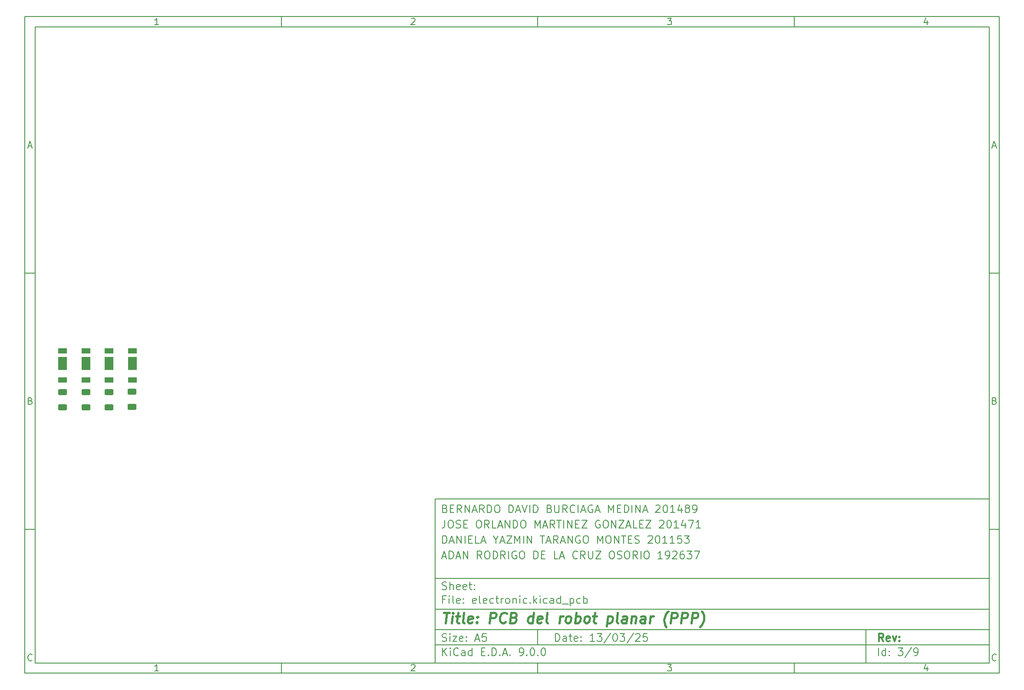
<source format=gbr>
%TF.GenerationSoftware,KiCad,Pcbnew,9.0.0*%
%TF.CreationDate,2025-03-13T19:48:29-06:00*%
%TF.ProjectId,electronic,656c6563-7472-46f6-9e69-632e6b696361,rev?*%
%TF.SameCoordinates,Original*%
%TF.FileFunction,Paste,Top*%
%TF.FilePolarity,Positive*%
%FSLAX46Y46*%
G04 Gerber Fmt 4.6, Leading zero omitted, Abs format (unit mm)*
G04 Created by KiCad (PCBNEW 9.0.0) date 2025-03-13 19:48:29*
%MOMM*%
%LPD*%
G01*
G04 APERTURE LIST*
G04 Aperture macros list*
%AMRoundRect*
0 Rectangle with rounded corners*
0 $1 Rounding radius*
0 $2 $3 $4 $5 $6 $7 $8 $9 X,Y pos of 4 corners*
0 Add a 4 corners polygon primitive as box body*
4,1,4,$2,$3,$4,$5,$6,$7,$8,$9,$2,$3,0*
0 Add four circle primitives for the rounded corners*
1,1,$1+$1,$2,$3*
1,1,$1+$1,$4,$5*
1,1,$1+$1,$6,$7*
1,1,$1+$1,$8,$9*
0 Add four rect primitives between the rounded corners*
20,1,$1+$1,$2,$3,$4,$5,0*
20,1,$1+$1,$4,$5,$6,$7,0*
20,1,$1+$1,$6,$7,$8,$9,0*
20,1,$1+$1,$8,$9,$2,$3,0*%
G04 Aperture macros list end*
%ADD10C,0.100000*%
%ADD11C,0.150000*%
%ADD12C,0.300000*%
%ADD13C,0.400000*%
%ADD14R,1.700000X1.100000*%
%ADD15R,1.700000X2.500000*%
%ADD16RoundRect,0.250000X-0.625000X0.312500X-0.625000X-0.312500X0.625000X-0.312500X0.625000X0.312500X0*%
G04 APERTURE END LIST*
D10*
D11*
X90007200Y-104005800D02*
X198007200Y-104005800D01*
X198007200Y-136005800D01*
X90007200Y-136005800D01*
X90007200Y-104005800D01*
D10*
D11*
X10000000Y-10000000D02*
X200007200Y-10000000D01*
X200007200Y-138005800D01*
X10000000Y-138005800D01*
X10000000Y-10000000D01*
D10*
D11*
X12000000Y-12000000D02*
X198007200Y-12000000D01*
X198007200Y-136005800D01*
X12000000Y-136005800D01*
X12000000Y-12000000D01*
D10*
D11*
X60000000Y-12000000D02*
X60000000Y-10000000D01*
D10*
D11*
X110000000Y-12000000D02*
X110000000Y-10000000D01*
D10*
D11*
X160000000Y-12000000D02*
X160000000Y-10000000D01*
D10*
D11*
X36089160Y-11593604D02*
X35346303Y-11593604D01*
X35717731Y-11593604D02*
X35717731Y-10293604D01*
X35717731Y-10293604D02*
X35593922Y-10479319D01*
X35593922Y-10479319D02*
X35470112Y-10603128D01*
X35470112Y-10603128D02*
X35346303Y-10665033D01*
D10*
D11*
X85346303Y-10417414D02*
X85408207Y-10355509D01*
X85408207Y-10355509D02*
X85532017Y-10293604D01*
X85532017Y-10293604D02*
X85841541Y-10293604D01*
X85841541Y-10293604D02*
X85965350Y-10355509D01*
X85965350Y-10355509D02*
X86027255Y-10417414D01*
X86027255Y-10417414D02*
X86089160Y-10541223D01*
X86089160Y-10541223D02*
X86089160Y-10665033D01*
X86089160Y-10665033D02*
X86027255Y-10850747D01*
X86027255Y-10850747D02*
X85284398Y-11593604D01*
X85284398Y-11593604D02*
X86089160Y-11593604D01*
D10*
D11*
X135284398Y-10293604D02*
X136089160Y-10293604D01*
X136089160Y-10293604D02*
X135655826Y-10788842D01*
X135655826Y-10788842D02*
X135841541Y-10788842D01*
X135841541Y-10788842D02*
X135965350Y-10850747D01*
X135965350Y-10850747D02*
X136027255Y-10912652D01*
X136027255Y-10912652D02*
X136089160Y-11036461D01*
X136089160Y-11036461D02*
X136089160Y-11345985D01*
X136089160Y-11345985D02*
X136027255Y-11469795D01*
X136027255Y-11469795D02*
X135965350Y-11531700D01*
X135965350Y-11531700D02*
X135841541Y-11593604D01*
X135841541Y-11593604D02*
X135470112Y-11593604D01*
X135470112Y-11593604D02*
X135346303Y-11531700D01*
X135346303Y-11531700D02*
X135284398Y-11469795D01*
D10*
D11*
X185965350Y-10726938D02*
X185965350Y-11593604D01*
X185655826Y-10231700D02*
X185346303Y-11160271D01*
X185346303Y-11160271D02*
X186151064Y-11160271D01*
D10*
D11*
X60000000Y-136005800D02*
X60000000Y-138005800D01*
D10*
D11*
X110000000Y-136005800D02*
X110000000Y-138005800D01*
D10*
D11*
X160000000Y-136005800D02*
X160000000Y-138005800D01*
D10*
D11*
X36089160Y-137599404D02*
X35346303Y-137599404D01*
X35717731Y-137599404D02*
X35717731Y-136299404D01*
X35717731Y-136299404D02*
X35593922Y-136485119D01*
X35593922Y-136485119D02*
X35470112Y-136608928D01*
X35470112Y-136608928D02*
X35346303Y-136670833D01*
D10*
D11*
X85346303Y-136423214D02*
X85408207Y-136361309D01*
X85408207Y-136361309D02*
X85532017Y-136299404D01*
X85532017Y-136299404D02*
X85841541Y-136299404D01*
X85841541Y-136299404D02*
X85965350Y-136361309D01*
X85965350Y-136361309D02*
X86027255Y-136423214D01*
X86027255Y-136423214D02*
X86089160Y-136547023D01*
X86089160Y-136547023D02*
X86089160Y-136670833D01*
X86089160Y-136670833D02*
X86027255Y-136856547D01*
X86027255Y-136856547D02*
X85284398Y-137599404D01*
X85284398Y-137599404D02*
X86089160Y-137599404D01*
D10*
D11*
X135284398Y-136299404D02*
X136089160Y-136299404D01*
X136089160Y-136299404D02*
X135655826Y-136794642D01*
X135655826Y-136794642D02*
X135841541Y-136794642D01*
X135841541Y-136794642D02*
X135965350Y-136856547D01*
X135965350Y-136856547D02*
X136027255Y-136918452D01*
X136027255Y-136918452D02*
X136089160Y-137042261D01*
X136089160Y-137042261D02*
X136089160Y-137351785D01*
X136089160Y-137351785D02*
X136027255Y-137475595D01*
X136027255Y-137475595D02*
X135965350Y-137537500D01*
X135965350Y-137537500D02*
X135841541Y-137599404D01*
X135841541Y-137599404D02*
X135470112Y-137599404D01*
X135470112Y-137599404D02*
X135346303Y-137537500D01*
X135346303Y-137537500D02*
X135284398Y-137475595D01*
D10*
D11*
X185965350Y-136732738D02*
X185965350Y-137599404D01*
X185655826Y-136237500D02*
X185346303Y-137166071D01*
X185346303Y-137166071D02*
X186151064Y-137166071D01*
D10*
D11*
X10000000Y-60000000D02*
X12000000Y-60000000D01*
D10*
D11*
X10000000Y-110000000D02*
X12000000Y-110000000D01*
D10*
D11*
X10690476Y-35222176D02*
X11309523Y-35222176D01*
X10566666Y-35593604D02*
X10999999Y-34293604D01*
X10999999Y-34293604D02*
X11433333Y-35593604D01*
D10*
D11*
X11092857Y-84912652D02*
X11278571Y-84974557D01*
X11278571Y-84974557D02*
X11340476Y-85036461D01*
X11340476Y-85036461D02*
X11402380Y-85160271D01*
X11402380Y-85160271D02*
X11402380Y-85345985D01*
X11402380Y-85345985D02*
X11340476Y-85469795D01*
X11340476Y-85469795D02*
X11278571Y-85531700D01*
X11278571Y-85531700D02*
X11154761Y-85593604D01*
X11154761Y-85593604D02*
X10659523Y-85593604D01*
X10659523Y-85593604D02*
X10659523Y-84293604D01*
X10659523Y-84293604D02*
X11092857Y-84293604D01*
X11092857Y-84293604D02*
X11216666Y-84355509D01*
X11216666Y-84355509D02*
X11278571Y-84417414D01*
X11278571Y-84417414D02*
X11340476Y-84541223D01*
X11340476Y-84541223D02*
X11340476Y-84665033D01*
X11340476Y-84665033D02*
X11278571Y-84788842D01*
X11278571Y-84788842D02*
X11216666Y-84850747D01*
X11216666Y-84850747D02*
X11092857Y-84912652D01*
X11092857Y-84912652D02*
X10659523Y-84912652D01*
D10*
D11*
X11402380Y-135469795D02*
X11340476Y-135531700D01*
X11340476Y-135531700D02*
X11154761Y-135593604D01*
X11154761Y-135593604D02*
X11030952Y-135593604D01*
X11030952Y-135593604D02*
X10845238Y-135531700D01*
X10845238Y-135531700D02*
X10721428Y-135407890D01*
X10721428Y-135407890D02*
X10659523Y-135284080D01*
X10659523Y-135284080D02*
X10597619Y-135036461D01*
X10597619Y-135036461D02*
X10597619Y-134850747D01*
X10597619Y-134850747D02*
X10659523Y-134603128D01*
X10659523Y-134603128D02*
X10721428Y-134479319D01*
X10721428Y-134479319D02*
X10845238Y-134355509D01*
X10845238Y-134355509D02*
X11030952Y-134293604D01*
X11030952Y-134293604D02*
X11154761Y-134293604D01*
X11154761Y-134293604D02*
X11340476Y-134355509D01*
X11340476Y-134355509D02*
X11402380Y-134417414D01*
D10*
D11*
X200007200Y-60000000D02*
X198007200Y-60000000D01*
D10*
D11*
X200007200Y-110000000D02*
X198007200Y-110000000D01*
D10*
D11*
X198697676Y-35222176D02*
X199316723Y-35222176D01*
X198573866Y-35593604D02*
X199007199Y-34293604D01*
X199007199Y-34293604D02*
X199440533Y-35593604D01*
D10*
D11*
X199100057Y-84912652D02*
X199285771Y-84974557D01*
X199285771Y-84974557D02*
X199347676Y-85036461D01*
X199347676Y-85036461D02*
X199409580Y-85160271D01*
X199409580Y-85160271D02*
X199409580Y-85345985D01*
X199409580Y-85345985D02*
X199347676Y-85469795D01*
X199347676Y-85469795D02*
X199285771Y-85531700D01*
X199285771Y-85531700D02*
X199161961Y-85593604D01*
X199161961Y-85593604D02*
X198666723Y-85593604D01*
X198666723Y-85593604D02*
X198666723Y-84293604D01*
X198666723Y-84293604D02*
X199100057Y-84293604D01*
X199100057Y-84293604D02*
X199223866Y-84355509D01*
X199223866Y-84355509D02*
X199285771Y-84417414D01*
X199285771Y-84417414D02*
X199347676Y-84541223D01*
X199347676Y-84541223D02*
X199347676Y-84665033D01*
X199347676Y-84665033D02*
X199285771Y-84788842D01*
X199285771Y-84788842D02*
X199223866Y-84850747D01*
X199223866Y-84850747D02*
X199100057Y-84912652D01*
X199100057Y-84912652D02*
X198666723Y-84912652D01*
D10*
D11*
X199409580Y-135469795D02*
X199347676Y-135531700D01*
X199347676Y-135531700D02*
X199161961Y-135593604D01*
X199161961Y-135593604D02*
X199038152Y-135593604D01*
X199038152Y-135593604D02*
X198852438Y-135531700D01*
X198852438Y-135531700D02*
X198728628Y-135407890D01*
X198728628Y-135407890D02*
X198666723Y-135284080D01*
X198666723Y-135284080D02*
X198604819Y-135036461D01*
X198604819Y-135036461D02*
X198604819Y-134850747D01*
X198604819Y-134850747D02*
X198666723Y-134603128D01*
X198666723Y-134603128D02*
X198728628Y-134479319D01*
X198728628Y-134479319D02*
X198852438Y-134355509D01*
X198852438Y-134355509D02*
X199038152Y-134293604D01*
X199038152Y-134293604D02*
X199161961Y-134293604D01*
X199161961Y-134293604D02*
X199347676Y-134355509D01*
X199347676Y-134355509D02*
X199409580Y-134417414D01*
D10*
D11*
X113463026Y-131791928D02*
X113463026Y-130291928D01*
X113463026Y-130291928D02*
X113820169Y-130291928D01*
X113820169Y-130291928D02*
X114034455Y-130363357D01*
X114034455Y-130363357D02*
X114177312Y-130506214D01*
X114177312Y-130506214D02*
X114248741Y-130649071D01*
X114248741Y-130649071D02*
X114320169Y-130934785D01*
X114320169Y-130934785D02*
X114320169Y-131149071D01*
X114320169Y-131149071D02*
X114248741Y-131434785D01*
X114248741Y-131434785D02*
X114177312Y-131577642D01*
X114177312Y-131577642D02*
X114034455Y-131720500D01*
X114034455Y-131720500D02*
X113820169Y-131791928D01*
X113820169Y-131791928D02*
X113463026Y-131791928D01*
X115605884Y-131791928D02*
X115605884Y-131006214D01*
X115605884Y-131006214D02*
X115534455Y-130863357D01*
X115534455Y-130863357D02*
X115391598Y-130791928D01*
X115391598Y-130791928D02*
X115105884Y-130791928D01*
X115105884Y-130791928D02*
X114963026Y-130863357D01*
X115605884Y-131720500D02*
X115463026Y-131791928D01*
X115463026Y-131791928D02*
X115105884Y-131791928D01*
X115105884Y-131791928D02*
X114963026Y-131720500D01*
X114963026Y-131720500D02*
X114891598Y-131577642D01*
X114891598Y-131577642D02*
X114891598Y-131434785D01*
X114891598Y-131434785D02*
X114963026Y-131291928D01*
X114963026Y-131291928D02*
X115105884Y-131220500D01*
X115105884Y-131220500D02*
X115463026Y-131220500D01*
X115463026Y-131220500D02*
X115605884Y-131149071D01*
X116105884Y-130791928D02*
X116677312Y-130791928D01*
X116320169Y-130291928D02*
X116320169Y-131577642D01*
X116320169Y-131577642D02*
X116391598Y-131720500D01*
X116391598Y-131720500D02*
X116534455Y-131791928D01*
X116534455Y-131791928D02*
X116677312Y-131791928D01*
X117748741Y-131720500D02*
X117605884Y-131791928D01*
X117605884Y-131791928D02*
X117320170Y-131791928D01*
X117320170Y-131791928D02*
X117177312Y-131720500D01*
X117177312Y-131720500D02*
X117105884Y-131577642D01*
X117105884Y-131577642D02*
X117105884Y-131006214D01*
X117105884Y-131006214D02*
X117177312Y-130863357D01*
X117177312Y-130863357D02*
X117320170Y-130791928D01*
X117320170Y-130791928D02*
X117605884Y-130791928D01*
X117605884Y-130791928D02*
X117748741Y-130863357D01*
X117748741Y-130863357D02*
X117820170Y-131006214D01*
X117820170Y-131006214D02*
X117820170Y-131149071D01*
X117820170Y-131149071D02*
X117105884Y-131291928D01*
X118463026Y-131649071D02*
X118534455Y-131720500D01*
X118534455Y-131720500D02*
X118463026Y-131791928D01*
X118463026Y-131791928D02*
X118391598Y-131720500D01*
X118391598Y-131720500D02*
X118463026Y-131649071D01*
X118463026Y-131649071D02*
X118463026Y-131791928D01*
X118463026Y-130863357D02*
X118534455Y-130934785D01*
X118534455Y-130934785D02*
X118463026Y-131006214D01*
X118463026Y-131006214D02*
X118391598Y-130934785D01*
X118391598Y-130934785D02*
X118463026Y-130863357D01*
X118463026Y-130863357D02*
X118463026Y-131006214D01*
X121105884Y-131791928D02*
X120248741Y-131791928D01*
X120677312Y-131791928D02*
X120677312Y-130291928D01*
X120677312Y-130291928D02*
X120534455Y-130506214D01*
X120534455Y-130506214D02*
X120391598Y-130649071D01*
X120391598Y-130649071D02*
X120248741Y-130720500D01*
X121605883Y-130291928D02*
X122534455Y-130291928D01*
X122534455Y-130291928D02*
X122034455Y-130863357D01*
X122034455Y-130863357D02*
X122248740Y-130863357D01*
X122248740Y-130863357D02*
X122391598Y-130934785D01*
X122391598Y-130934785D02*
X122463026Y-131006214D01*
X122463026Y-131006214D02*
X122534455Y-131149071D01*
X122534455Y-131149071D02*
X122534455Y-131506214D01*
X122534455Y-131506214D02*
X122463026Y-131649071D01*
X122463026Y-131649071D02*
X122391598Y-131720500D01*
X122391598Y-131720500D02*
X122248740Y-131791928D01*
X122248740Y-131791928D02*
X121820169Y-131791928D01*
X121820169Y-131791928D02*
X121677312Y-131720500D01*
X121677312Y-131720500D02*
X121605883Y-131649071D01*
X124248740Y-130220500D02*
X122963026Y-132149071D01*
X125034455Y-130291928D02*
X125177312Y-130291928D01*
X125177312Y-130291928D02*
X125320169Y-130363357D01*
X125320169Y-130363357D02*
X125391598Y-130434785D01*
X125391598Y-130434785D02*
X125463026Y-130577642D01*
X125463026Y-130577642D02*
X125534455Y-130863357D01*
X125534455Y-130863357D02*
X125534455Y-131220500D01*
X125534455Y-131220500D02*
X125463026Y-131506214D01*
X125463026Y-131506214D02*
X125391598Y-131649071D01*
X125391598Y-131649071D02*
X125320169Y-131720500D01*
X125320169Y-131720500D02*
X125177312Y-131791928D01*
X125177312Y-131791928D02*
X125034455Y-131791928D01*
X125034455Y-131791928D02*
X124891598Y-131720500D01*
X124891598Y-131720500D02*
X124820169Y-131649071D01*
X124820169Y-131649071D02*
X124748740Y-131506214D01*
X124748740Y-131506214D02*
X124677312Y-131220500D01*
X124677312Y-131220500D02*
X124677312Y-130863357D01*
X124677312Y-130863357D02*
X124748740Y-130577642D01*
X124748740Y-130577642D02*
X124820169Y-130434785D01*
X124820169Y-130434785D02*
X124891598Y-130363357D01*
X124891598Y-130363357D02*
X125034455Y-130291928D01*
X126034454Y-130291928D02*
X126963026Y-130291928D01*
X126963026Y-130291928D02*
X126463026Y-130863357D01*
X126463026Y-130863357D02*
X126677311Y-130863357D01*
X126677311Y-130863357D02*
X126820169Y-130934785D01*
X126820169Y-130934785D02*
X126891597Y-131006214D01*
X126891597Y-131006214D02*
X126963026Y-131149071D01*
X126963026Y-131149071D02*
X126963026Y-131506214D01*
X126963026Y-131506214D02*
X126891597Y-131649071D01*
X126891597Y-131649071D02*
X126820169Y-131720500D01*
X126820169Y-131720500D02*
X126677311Y-131791928D01*
X126677311Y-131791928D02*
X126248740Y-131791928D01*
X126248740Y-131791928D02*
X126105883Y-131720500D01*
X126105883Y-131720500D02*
X126034454Y-131649071D01*
X128677311Y-130220500D02*
X127391597Y-132149071D01*
X129105883Y-130434785D02*
X129177311Y-130363357D01*
X129177311Y-130363357D02*
X129320169Y-130291928D01*
X129320169Y-130291928D02*
X129677311Y-130291928D01*
X129677311Y-130291928D02*
X129820169Y-130363357D01*
X129820169Y-130363357D02*
X129891597Y-130434785D01*
X129891597Y-130434785D02*
X129963026Y-130577642D01*
X129963026Y-130577642D02*
X129963026Y-130720500D01*
X129963026Y-130720500D02*
X129891597Y-130934785D01*
X129891597Y-130934785D02*
X129034454Y-131791928D01*
X129034454Y-131791928D02*
X129963026Y-131791928D01*
X131320168Y-130291928D02*
X130605882Y-130291928D01*
X130605882Y-130291928D02*
X130534454Y-131006214D01*
X130534454Y-131006214D02*
X130605882Y-130934785D01*
X130605882Y-130934785D02*
X130748740Y-130863357D01*
X130748740Y-130863357D02*
X131105882Y-130863357D01*
X131105882Y-130863357D02*
X131248740Y-130934785D01*
X131248740Y-130934785D02*
X131320168Y-131006214D01*
X131320168Y-131006214D02*
X131391597Y-131149071D01*
X131391597Y-131149071D02*
X131391597Y-131506214D01*
X131391597Y-131506214D02*
X131320168Y-131649071D01*
X131320168Y-131649071D02*
X131248740Y-131720500D01*
X131248740Y-131720500D02*
X131105882Y-131791928D01*
X131105882Y-131791928D02*
X130748740Y-131791928D01*
X130748740Y-131791928D02*
X130605882Y-131720500D01*
X130605882Y-131720500D02*
X130534454Y-131649071D01*
D10*
D11*
X90007200Y-132505800D02*
X198007200Y-132505800D01*
D10*
D11*
X91463026Y-134591928D02*
X91463026Y-133091928D01*
X92320169Y-134591928D02*
X91677312Y-133734785D01*
X92320169Y-133091928D02*
X91463026Y-133949071D01*
X92963026Y-134591928D02*
X92963026Y-133591928D01*
X92963026Y-133091928D02*
X92891598Y-133163357D01*
X92891598Y-133163357D02*
X92963026Y-133234785D01*
X92963026Y-133234785D02*
X93034455Y-133163357D01*
X93034455Y-133163357D02*
X92963026Y-133091928D01*
X92963026Y-133091928D02*
X92963026Y-133234785D01*
X94534455Y-134449071D02*
X94463027Y-134520500D01*
X94463027Y-134520500D02*
X94248741Y-134591928D01*
X94248741Y-134591928D02*
X94105884Y-134591928D01*
X94105884Y-134591928D02*
X93891598Y-134520500D01*
X93891598Y-134520500D02*
X93748741Y-134377642D01*
X93748741Y-134377642D02*
X93677312Y-134234785D01*
X93677312Y-134234785D02*
X93605884Y-133949071D01*
X93605884Y-133949071D02*
X93605884Y-133734785D01*
X93605884Y-133734785D02*
X93677312Y-133449071D01*
X93677312Y-133449071D02*
X93748741Y-133306214D01*
X93748741Y-133306214D02*
X93891598Y-133163357D01*
X93891598Y-133163357D02*
X94105884Y-133091928D01*
X94105884Y-133091928D02*
X94248741Y-133091928D01*
X94248741Y-133091928D02*
X94463027Y-133163357D01*
X94463027Y-133163357D02*
X94534455Y-133234785D01*
X95820170Y-134591928D02*
X95820170Y-133806214D01*
X95820170Y-133806214D02*
X95748741Y-133663357D01*
X95748741Y-133663357D02*
X95605884Y-133591928D01*
X95605884Y-133591928D02*
X95320170Y-133591928D01*
X95320170Y-133591928D02*
X95177312Y-133663357D01*
X95820170Y-134520500D02*
X95677312Y-134591928D01*
X95677312Y-134591928D02*
X95320170Y-134591928D01*
X95320170Y-134591928D02*
X95177312Y-134520500D01*
X95177312Y-134520500D02*
X95105884Y-134377642D01*
X95105884Y-134377642D02*
X95105884Y-134234785D01*
X95105884Y-134234785D02*
X95177312Y-134091928D01*
X95177312Y-134091928D02*
X95320170Y-134020500D01*
X95320170Y-134020500D02*
X95677312Y-134020500D01*
X95677312Y-134020500D02*
X95820170Y-133949071D01*
X97177313Y-134591928D02*
X97177313Y-133091928D01*
X97177313Y-134520500D02*
X97034455Y-134591928D01*
X97034455Y-134591928D02*
X96748741Y-134591928D01*
X96748741Y-134591928D02*
X96605884Y-134520500D01*
X96605884Y-134520500D02*
X96534455Y-134449071D01*
X96534455Y-134449071D02*
X96463027Y-134306214D01*
X96463027Y-134306214D02*
X96463027Y-133877642D01*
X96463027Y-133877642D02*
X96534455Y-133734785D01*
X96534455Y-133734785D02*
X96605884Y-133663357D01*
X96605884Y-133663357D02*
X96748741Y-133591928D01*
X96748741Y-133591928D02*
X97034455Y-133591928D01*
X97034455Y-133591928D02*
X97177313Y-133663357D01*
X99034455Y-133806214D02*
X99534455Y-133806214D01*
X99748741Y-134591928D02*
X99034455Y-134591928D01*
X99034455Y-134591928D02*
X99034455Y-133091928D01*
X99034455Y-133091928D02*
X99748741Y-133091928D01*
X100391598Y-134449071D02*
X100463027Y-134520500D01*
X100463027Y-134520500D02*
X100391598Y-134591928D01*
X100391598Y-134591928D02*
X100320170Y-134520500D01*
X100320170Y-134520500D02*
X100391598Y-134449071D01*
X100391598Y-134449071D02*
X100391598Y-134591928D01*
X101105884Y-134591928D02*
X101105884Y-133091928D01*
X101105884Y-133091928D02*
X101463027Y-133091928D01*
X101463027Y-133091928D02*
X101677313Y-133163357D01*
X101677313Y-133163357D02*
X101820170Y-133306214D01*
X101820170Y-133306214D02*
X101891599Y-133449071D01*
X101891599Y-133449071D02*
X101963027Y-133734785D01*
X101963027Y-133734785D02*
X101963027Y-133949071D01*
X101963027Y-133949071D02*
X101891599Y-134234785D01*
X101891599Y-134234785D02*
X101820170Y-134377642D01*
X101820170Y-134377642D02*
X101677313Y-134520500D01*
X101677313Y-134520500D02*
X101463027Y-134591928D01*
X101463027Y-134591928D02*
X101105884Y-134591928D01*
X102605884Y-134449071D02*
X102677313Y-134520500D01*
X102677313Y-134520500D02*
X102605884Y-134591928D01*
X102605884Y-134591928D02*
X102534456Y-134520500D01*
X102534456Y-134520500D02*
X102605884Y-134449071D01*
X102605884Y-134449071D02*
X102605884Y-134591928D01*
X103248742Y-134163357D02*
X103963028Y-134163357D01*
X103105885Y-134591928D02*
X103605885Y-133091928D01*
X103605885Y-133091928D02*
X104105885Y-134591928D01*
X104605884Y-134449071D02*
X104677313Y-134520500D01*
X104677313Y-134520500D02*
X104605884Y-134591928D01*
X104605884Y-134591928D02*
X104534456Y-134520500D01*
X104534456Y-134520500D02*
X104605884Y-134449071D01*
X104605884Y-134449071D02*
X104605884Y-134591928D01*
X106534456Y-134591928D02*
X106820170Y-134591928D01*
X106820170Y-134591928D02*
X106963027Y-134520500D01*
X106963027Y-134520500D02*
X107034456Y-134449071D01*
X107034456Y-134449071D02*
X107177313Y-134234785D01*
X107177313Y-134234785D02*
X107248742Y-133949071D01*
X107248742Y-133949071D02*
X107248742Y-133377642D01*
X107248742Y-133377642D02*
X107177313Y-133234785D01*
X107177313Y-133234785D02*
X107105885Y-133163357D01*
X107105885Y-133163357D02*
X106963027Y-133091928D01*
X106963027Y-133091928D02*
X106677313Y-133091928D01*
X106677313Y-133091928D02*
X106534456Y-133163357D01*
X106534456Y-133163357D02*
X106463027Y-133234785D01*
X106463027Y-133234785D02*
X106391599Y-133377642D01*
X106391599Y-133377642D02*
X106391599Y-133734785D01*
X106391599Y-133734785D02*
X106463027Y-133877642D01*
X106463027Y-133877642D02*
X106534456Y-133949071D01*
X106534456Y-133949071D02*
X106677313Y-134020500D01*
X106677313Y-134020500D02*
X106963027Y-134020500D01*
X106963027Y-134020500D02*
X107105885Y-133949071D01*
X107105885Y-133949071D02*
X107177313Y-133877642D01*
X107177313Y-133877642D02*
X107248742Y-133734785D01*
X107891598Y-134449071D02*
X107963027Y-134520500D01*
X107963027Y-134520500D02*
X107891598Y-134591928D01*
X107891598Y-134591928D02*
X107820170Y-134520500D01*
X107820170Y-134520500D02*
X107891598Y-134449071D01*
X107891598Y-134449071D02*
X107891598Y-134591928D01*
X108891599Y-133091928D02*
X109034456Y-133091928D01*
X109034456Y-133091928D02*
X109177313Y-133163357D01*
X109177313Y-133163357D02*
X109248742Y-133234785D01*
X109248742Y-133234785D02*
X109320170Y-133377642D01*
X109320170Y-133377642D02*
X109391599Y-133663357D01*
X109391599Y-133663357D02*
X109391599Y-134020500D01*
X109391599Y-134020500D02*
X109320170Y-134306214D01*
X109320170Y-134306214D02*
X109248742Y-134449071D01*
X109248742Y-134449071D02*
X109177313Y-134520500D01*
X109177313Y-134520500D02*
X109034456Y-134591928D01*
X109034456Y-134591928D02*
X108891599Y-134591928D01*
X108891599Y-134591928D02*
X108748742Y-134520500D01*
X108748742Y-134520500D02*
X108677313Y-134449071D01*
X108677313Y-134449071D02*
X108605884Y-134306214D01*
X108605884Y-134306214D02*
X108534456Y-134020500D01*
X108534456Y-134020500D02*
X108534456Y-133663357D01*
X108534456Y-133663357D02*
X108605884Y-133377642D01*
X108605884Y-133377642D02*
X108677313Y-133234785D01*
X108677313Y-133234785D02*
X108748742Y-133163357D01*
X108748742Y-133163357D02*
X108891599Y-133091928D01*
X110034455Y-134449071D02*
X110105884Y-134520500D01*
X110105884Y-134520500D02*
X110034455Y-134591928D01*
X110034455Y-134591928D02*
X109963027Y-134520500D01*
X109963027Y-134520500D02*
X110034455Y-134449071D01*
X110034455Y-134449071D02*
X110034455Y-134591928D01*
X111034456Y-133091928D02*
X111177313Y-133091928D01*
X111177313Y-133091928D02*
X111320170Y-133163357D01*
X111320170Y-133163357D02*
X111391599Y-133234785D01*
X111391599Y-133234785D02*
X111463027Y-133377642D01*
X111463027Y-133377642D02*
X111534456Y-133663357D01*
X111534456Y-133663357D02*
X111534456Y-134020500D01*
X111534456Y-134020500D02*
X111463027Y-134306214D01*
X111463027Y-134306214D02*
X111391599Y-134449071D01*
X111391599Y-134449071D02*
X111320170Y-134520500D01*
X111320170Y-134520500D02*
X111177313Y-134591928D01*
X111177313Y-134591928D02*
X111034456Y-134591928D01*
X111034456Y-134591928D02*
X110891599Y-134520500D01*
X110891599Y-134520500D02*
X110820170Y-134449071D01*
X110820170Y-134449071D02*
X110748741Y-134306214D01*
X110748741Y-134306214D02*
X110677313Y-134020500D01*
X110677313Y-134020500D02*
X110677313Y-133663357D01*
X110677313Y-133663357D02*
X110748741Y-133377642D01*
X110748741Y-133377642D02*
X110820170Y-133234785D01*
X110820170Y-133234785D02*
X110891599Y-133163357D01*
X110891599Y-133163357D02*
X111034456Y-133091928D01*
D10*
D11*
X90007200Y-129505800D02*
X198007200Y-129505800D01*
D10*
D12*
X177418853Y-131784128D02*
X176918853Y-131069842D01*
X176561710Y-131784128D02*
X176561710Y-130284128D01*
X176561710Y-130284128D02*
X177133139Y-130284128D01*
X177133139Y-130284128D02*
X177275996Y-130355557D01*
X177275996Y-130355557D02*
X177347425Y-130426985D01*
X177347425Y-130426985D02*
X177418853Y-130569842D01*
X177418853Y-130569842D02*
X177418853Y-130784128D01*
X177418853Y-130784128D02*
X177347425Y-130926985D01*
X177347425Y-130926985D02*
X177275996Y-130998414D01*
X177275996Y-130998414D02*
X177133139Y-131069842D01*
X177133139Y-131069842D02*
X176561710Y-131069842D01*
X178633139Y-131712700D02*
X178490282Y-131784128D01*
X178490282Y-131784128D02*
X178204568Y-131784128D01*
X178204568Y-131784128D02*
X178061710Y-131712700D01*
X178061710Y-131712700D02*
X177990282Y-131569842D01*
X177990282Y-131569842D02*
X177990282Y-130998414D01*
X177990282Y-130998414D02*
X178061710Y-130855557D01*
X178061710Y-130855557D02*
X178204568Y-130784128D01*
X178204568Y-130784128D02*
X178490282Y-130784128D01*
X178490282Y-130784128D02*
X178633139Y-130855557D01*
X178633139Y-130855557D02*
X178704568Y-130998414D01*
X178704568Y-130998414D02*
X178704568Y-131141271D01*
X178704568Y-131141271D02*
X177990282Y-131284128D01*
X179204567Y-130784128D02*
X179561710Y-131784128D01*
X179561710Y-131784128D02*
X179918853Y-130784128D01*
X180490281Y-131641271D02*
X180561710Y-131712700D01*
X180561710Y-131712700D02*
X180490281Y-131784128D01*
X180490281Y-131784128D02*
X180418853Y-131712700D01*
X180418853Y-131712700D02*
X180490281Y-131641271D01*
X180490281Y-131641271D02*
X180490281Y-131784128D01*
X180490281Y-130855557D02*
X180561710Y-130926985D01*
X180561710Y-130926985D02*
X180490281Y-130998414D01*
X180490281Y-130998414D02*
X180418853Y-130926985D01*
X180418853Y-130926985D02*
X180490281Y-130855557D01*
X180490281Y-130855557D02*
X180490281Y-130998414D01*
D10*
D11*
X91391598Y-131720500D02*
X91605884Y-131791928D01*
X91605884Y-131791928D02*
X91963026Y-131791928D01*
X91963026Y-131791928D02*
X92105884Y-131720500D01*
X92105884Y-131720500D02*
X92177312Y-131649071D01*
X92177312Y-131649071D02*
X92248741Y-131506214D01*
X92248741Y-131506214D02*
X92248741Y-131363357D01*
X92248741Y-131363357D02*
X92177312Y-131220500D01*
X92177312Y-131220500D02*
X92105884Y-131149071D01*
X92105884Y-131149071D02*
X91963026Y-131077642D01*
X91963026Y-131077642D02*
X91677312Y-131006214D01*
X91677312Y-131006214D02*
X91534455Y-130934785D01*
X91534455Y-130934785D02*
X91463026Y-130863357D01*
X91463026Y-130863357D02*
X91391598Y-130720500D01*
X91391598Y-130720500D02*
X91391598Y-130577642D01*
X91391598Y-130577642D02*
X91463026Y-130434785D01*
X91463026Y-130434785D02*
X91534455Y-130363357D01*
X91534455Y-130363357D02*
X91677312Y-130291928D01*
X91677312Y-130291928D02*
X92034455Y-130291928D01*
X92034455Y-130291928D02*
X92248741Y-130363357D01*
X92891597Y-131791928D02*
X92891597Y-130791928D01*
X92891597Y-130291928D02*
X92820169Y-130363357D01*
X92820169Y-130363357D02*
X92891597Y-130434785D01*
X92891597Y-130434785D02*
X92963026Y-130363357D01*
X92963026Y-130363357D02*
X92891597Y-130291928D01*
X92891597Y-130291928D02*
X92891597Y-130434785D01*
X93463026Y-130791928D02*
X94248741Y-130791928D01*
X94248741Y-130791928D02*
X93463026Y-131791928D01*
X93463026Y-131791928D02*
X94248741Y-131791928D01*
X95391598Y-131720500D02*
X95248741Y-131791928D01*
X95248741Y-131791928D02*
X94963027Y-131791928D01*
X94963027Y-131791928D02*
X94820169Y-131720500D01*
X94820169Y-131720500D02*
X94748741Y-131577642D01*
X94748741Y-131577642D02*
X94748741Y-131006214D01*
X94748741Y-131006214D02*
X94820169Y-130863357D01*
X94820169Y-130863357D02*
X94963027Y-130791928D01*
X94963027Y-130791928D02*
X95248741Y-130791928D01*
X95248741Y-130791928D02*
X95391598Y-130863357D01*
X95391598Y-130863357D02*
X95463027Y-131006214D01*
X95463027Y-131006214D02*
X95463027Y-131149071D01*
X95463027Y-131149071D02*
X94748741Y-131291928D01*
X96105883Y-131649071D02*
X96177312Y-131720500D01*
X96177312Y-131720500D02*
X96105883Y-131791928D01*
X96105883Y-131791928D02*
X96034455Y-131720500D01*
X96034455Y-131720500D02*
X96105883Y-131649071D01*
X96105883Y-131649071D02*
X96105883Y-131791928D01*
X96105883Y-130863357D02*
X96177312Y-130934785D01*
X96177312Y-130934785D02*
X96105883Y-131006214D01*
X96105883Y-131006214D02*
X96034455Y-130934785D01*
X96034455Y-130934785D02*
X96105883Y-130863357D01*
X96105883Y-130863357D02*
X96105883Y-131006214D01*
X97891598Y-131363357D02*
X98605884Y-131363357D01*
X97748741Y-131791928D02*
X98248741Y-130291928D01*
X98248741Y-130291928D02*
X98748741Y-131791928D01*
X99963026Y-130291928D02*
X99248740Y-130291928D01*
X99248740Y-130291928D02*
X99177312Y-131006214D01*
X99177312Y-131006214D02*
X99248740Y-130934785D01*
X99248740Y-130934785D02*
X99391598Y-130863357D01*
X99391598Y-130863357D02*
X99748740Y-130863357D01*
X99748740Y-130863357D02*
X99891598Y-130934785D01*
X99891598Y-130934785D02*
X99963026Y-131006214D01*
X99963026Y-131006214D02*
X100034455Y-131149071D01*
X100034455Y-131149071D02*
X100034455Y-131506214D01*
X100034455Y-131506214D02*
X99963026Y-131649071D01*
X99963026Y-131649071D02*
X99891598Y-131720500D01*
X99891598Y-131720500D02*
X99748740Y-131791928D01*
X99748740Y-131791928D02*
X99391598Y-131791928D01*
X99391598Y-131791928D02*
X99248740Y-131720500D01*
X99248740Y-131720500D02*
X99177312Y-131649071D01*
D10*
D11*
X176463026Y-134591928D02*
X176463026Y-133091928D01*
X177820170Y-134591928D02*
X177820170Y-133091928D01*
X177820170Y-134520500D02*
X177677312Y-134591928D01*
X177677312Y-134591928D02*
X177391598Y-134591928D01*
X177391598Y-134591928D02*
X177248741Y-134520500D01*
X177248741Y-134520500D02*
X177177312Y-134449071D01*
X177177312Y-134449071D02*
X177105884Y-134306214D01*
X177105884Y-134306214D02*
X177105884Y-133877642D01*
X177105884Y-133877642D02*
X177177312Y-133734785D01*
X177177312Y-133734785D02*
X177248741Y-133663357D01*
X177248741Y-133663357D02*
X177391598Y-133591928D01*
X177391598Y-133591928D02*
X177677312Y-133591928D01*
X177677312Y-133591928D02*
X177820170Y-133663357D01*
X178534455Y-134449071D02*
X178605884Y-134520500D01*
X178605884Y-134520500D02*
X178534455Y-134591928D01*
X178534455Y-134591928D02*
X178463027Y-134520500D01*
X178463027Y-134520500D02*
X178534455Y-134449071D01*
X178534455Y-134449071D02*
X178534455Y-134591928D01*
X178534455Y-133663357D02*
X178605884Y-133734785D01*
X178605884Y-133734785D02*
X178534455Y-133806214D01*
X178534455Y-133806214D02*
X178463027Y-133734785D01*
X178463027Y-133734785D02*
X178534455Y-133663357D01*
X178534455Y-133663357D02*
X178534455Y-133806214D01*
X180248741Y-133091928D02*
X181177313Y-133091928D01*
X181177313Y-133091928D02*
X180677313Y-133663357D01*
X180677313Y-133663357D02*
X180891598Y-133663357D01*
X180891598Y-133663357D02*
X181034456Y-133734785D01*
X181034456Y-133734785D02*
X181105884Y-133806214D01*
X181105884Y-133806214D02*
X181177313Y-133949071D01*
X181177313Y-133949071D02*
X181177313Y-134306214D01*
X181177313Y-134306214D02*
X181105884Y-134449071D01*
X181105884Y-134449071D02*
X181034456Y-134520500D01*
X181034456Y-134520500D02*
X180891598Y-134591928D01*
X180891598Y-134591928D02*
X180463027Y-134591928D01*
X180463027Y-134591928D02*
X180320170Y-134520500D01*
X180320170Y-134520500D02*
X180248741Y-134449071D01*
X182891598Y-133020500D02*
X181605884Y-134949071D01*
X183463027Y-134591928D02*
X183748741Y-134591928D01*
X183748741Y-134591928D02*
X183891598Y-134520500D01*
X183891598Y-134520500D02*
X183963027Y-134449071D01*
X183963027Y-134449071D02*
X184105884Y-134234785D01*
X184105884Y-134234785D02*
X184177313Y-133949071D01*
X184177313Y-133949071D02*
X184177313Y-133377642D01*
X184177313Y-133377642D02*
X184105884Y-133234785D01*
X184105884Y-133234785D02*
X184034456Y-133163357D01*
X184034456Y-133163357D02*
X183891598Y-133091928D01*
X183891598Y-133091928D02*
X183605884Y-133091928D01*
X183605884Y-133091928D02*
X183463027Y-133163357D01*
X183463027Y-133163357D02*
X183391598Y-133234785D01*
X183391598Y-133234785D02*
X183320170Y-133377642D01*
X183320170Y-133377642D02*
X183320170Y-133734785D01*
X183320170Y-133734785D02*
X183391598Y-133877642D01*
X183391598Y-133877642D02*
X183463027Y-133949071D01*
X183463027Y-133949071D02*
X183605884Y-134020500D01*
X183605884Y-134020500D02*
X183891598Y-134020500D01*
X183891598Y-134020500D02*
X184034456Y-133949071D01*
X184034456Y-133949071D02*
X184105884Y-133877642D01*
X184105884Y-133877642D02*
X184177313Y-133734785D01*
D10*
D11*
X90007200Y-125505800D02*
X198007200Y-125505800D01*
D10*
D13*
X91698928Y-126210238D02*
X92841785Y-126210238D01*
X92020357Y-128210238D02*
X92270357Y-126210238D01*
X93258452Y-128210238D02*
X93425119Y-126876904D01*
X93508452Y-126210238D02*
X93401309Y-126305476D01*
X93401309Y-126305476D02*
X93484643Y-126400714D01*
X93484643Y-126400714D02*
X93591786Y-126305476D01*
X93591786Y-126305476D02*
X93508452Y-126210238D01*
X93508452Y-126210238D02*
X93484643Y-126400714D01*
X94091786Y-126876904D02*
X94853690Y-126876904D01*
X94460833Y-126210238D02*
X94246548Y-127924523D01*
X94246548Y-127924523D02*
X94317976Y-128115000D01*
X94317976Y-128115000D02*
X94496548Y-128210238D01*
X94496548Y-128210238D02*
X94687024Y-128210238D01*
X95639405Y-128210238D02*
X95460833Y-128115000D01*
X95460833Y-128115000D02*
X95389405Y-127924523D01*
X95389405Y-127924523D02*
X95603690Y-126210238D01*
X97175119Y-128115000D02*
X96972738Y-128210238D01*
X96972738Y-128210238D02*
X96591785Y-128210238D01*
X96591785Y-128210238D02*
X96413214Y-128115000D01*
X96413214Y-128115000D02*
X96341785Y-127924523D01*
X96341785Y-127924523D02*
X96437024Y-127162619D01*
X96437024Y-127162619D02*
X96556071Y-126972142D01*
X96556071Y-126972142D02*
X96758452Y-126876904D01*
X96758452Y-126876904D02*
X97139404Y-126876904D01*
X97139404Y-126876904D02*
X97317976Y-126972142D01*
X97317976Y-126972142D02*
X97389404Y-127162619D01*
X97389404Y-127162619D02*
X97365595Y-127353095D01*
X97365595Y-127353095D02*
X96389404Y-127543571D01*
X98139405Y-128019761D02*
X98222738Y-128115000D01*
X98222738Y-128115000D02*
X98115595Y-128210238D01*
X98115595Y-128210238D02*
X98032262Y-128115000D01*
X98032262Y-128115000D02*
X98139405Y-128019761D01*
X98139405Y-128019761D02*
X98115595Y-128210238D01*
X98270357Y-126972142D02*
X98353690Y-127067380D01*
X98353690Y-127067380D02*
X98246548Y-127162619D01*
X98246548Y-127162619D02*
X98163214Y-127067380D01*
X98163214Y-127067380D02*
X98270357Y-126972142D01*
X98270357Y-126972142D02*
X98246548Y-127162619D01*
X100591786Y-128210238D02*
X100841786Y-126210238D01*
X100841786Y-126210238D02*
X101603691Y-126210238D01*
X101603691Y-126210238D02*
X101782262Y-126305476D01*
X101782262Y-126305476D02*
X101865596Y-126400714D01*
X101865596Y-126400714D02*
X101937024Y-126591190D01*
X101937024Y-126591190D02*
X101901310Y-126876904D01*
X101901310Y-126876904D02*
X101782262Y-127067380D01*
X101782262Y-127067380D02*
X101675120Y-127162619D01*
X101675120Y-127162619D02*
X101472739Y-127257857D01*
X101472739Y-127257857D02*
X100710834Y-127257857D01*
X103758453Y-128019761D02*
X103651310Y-128115000D01*
X103651310Y-128115000D02*
X103353691Y-128210238D01*
X103353691Y-128210238D02*
X103163215Y-128210238D01*
X103163215Y-128210238D02*
X102889405Y-128115000D01*
X102889405Y-128115000D02*
X102722739Y-127924523D01*
X102722739Y-127924523D02*
X102651310Y-127734047D01*
X102651310Y-127734047D02*
X102603691Y-127353095D01*
X102603691Y-127353095D02*
X102639405Y-127067380D01*
X102639405Y-127067380D02*
X102782262Y-126686428D01*
X102782262Y-126686428D02*
X102901310Y-126495952D01*
X102901310Y-126495952D02*
X103115596Y-126305476D01*
X103115596Y-126305476D02*
X103413215Y-126210238D01*
X103413215Y-126210238D02*
X103603691Y-126210238D01*
X103603691Y-126210238D02*
X103877501Y-126305476D01*
X103877501Y-126305476D02*
X103960834Y-126400714D01*
X105389405Y-127162619D02*
X105663215Y-127257857D01*
X105663215Y-127257857D02*
X105746548Y-127353095D01*
X105746548Y-127353095D02*
X105817977Y-127543571D01*
X105817977Y-127543571D02*
X105782262Y-127829285D01*
X105782262Y-127829285D02*
X105663215Y-128019761D01*
X105663215Y-128019761D02*
X105556072Y-128115000D01*
X105556072Y-128115000D02*
X105353691Y-128210238D01*
X105353691Y-128210238D02*
X104591786Y-128210238D01*
X104591786Y-128210238D02*
X104841786Y-126210238D01*
X104841786Y-126210238D02*
X105508453Y-126210238D01*
X105508453Y-126210238D02*
X105687024Y-126305476D01*
X105687024Y-126305476D02*
X105770358Y-126400714D01*
X105770358Y-126400714D02*
X105841786Y-126591190D01*
X105841786Y-126591190D02*
X105817977Y-126781666D01*
X105817977Y-126781666D02*
X105698929Y-126972142D01*
X105698929Y-126972142D02*
X105591786Y-127067380D01*
X105591786Y-127067380D02*
X105389405Y-127162619D01*
X105389405Y-127162619D02*
X104722739Y-127162619D01*
X108972739Y-128210238D02*
X109222739Y-126210238D01*
X108984644Y-128115000D02*
X108782263Y-128210238D01*
X108782263Y-128210238D02*
X108401311Y-128210238D01*
X108401311Y-128210238D02*
X108222739Y-128115000D01*
X108222739Y-128115000D02*
X108139406Y-128019761D01*
X108139406Y-128019761D02*
X108067977Y-127829285D01*
X108067977Y-127829285D02*
X108139406Y-127257857D01*
X108139406Y-127257857D02*
X108258453Y-127067380D01*
X108258453Y-127067380D02*
X108365596Y-126972142D01*
X108365596Y-126972142D02*
X108567977Y-126876904D01*
X108567977Y-126876904D02*
X108948930Y-126876904D01*
X108948930Y-126876904D02*
X109127501Y-126972142D01*
X110698930Y-128115000D02*
X110496549Y-128210238D01*
X110496549Y-128210238D02*
X110115596Y-128210238D01*
X110115596Y-128210238D02*
X109937025Y-128115000D01*
X109937025Y-128115000D02*
X109865596Y-127924523D01*
X109865596Y-127924523D02*
X109960835Y-127162619D01*
X109960835Y-127162619D02*
X110079882Y-126972142D01*
X110079882Y-126972142D02*
X110282263Y-126876904D01*
X110282263Y-126876904D02*
X110663215Y-126876904D01*
X110663215Y-126876904D02*
X110841787Y-126972142D01*
X110841787Y-126972142D02*
X110913215Y-127162619D01*
X110913215Y-127162619D02*
X110889406Y-127353095D01*
X110889406Y-127353095D02*
X109913215Y-127543571D01*
X111925121Y-128210238D02*
X111746549Y-128115000D01*
X111746549Y-128115000D02*
X111675121Y-127924523D01*
X111675121Y-127924523D02*
X111889406Y-126210238D01*
X114210835Y-128210238D02*
X114377502Y-126876904D01*
X114329883Y-127257857D02*
X114448930Y-127067380D01*
X114448930Y-127067380D02*
X114556073Y-126972142D01*
X114556073Y-126972142D02*
X114758454Y-126876904D01*
X114758454Y-126876904D02*
X114948930Y-126876904D01*
X115734645Y-128210238D02*
X115556073Y-128115000D01*
X115556073Y-128115000D02*
X115472740Y-128019761D01*
X115472740Y-128019761D02*
X115401311Y-127829285D01*
X115401311Y-127829285D02*
X115472740Y-127257857D01*
X115472740Y-127257857D02*
X115591787Y-127067380D01*
X115591787Y-127067380D02*
X115698930Y-126972142D01*
X115698930Y-126972142D02*
X115901311Y-126876904D01*
X115901311Y-126876904D02*
X116187025Y-126876904D01*
X116187025Y-126876904D02*
X116365597Y-126972142D01*
X116365597Y-126972142D02*
X116448930Y-127067380D01*
X116448930Y-127067380D02*
X116520359Y-127257857D01*
X116520359Y-127257857D02*
X116448930Y-127829285D01*
X116448930Y-127829285D02*
X116329883Y-128019761D01*
X116329883Y-128019761D02*
X116222740Y-128115000D01*
X116222740Y-128115000D02*
X116020359Y-128210238D01*
X116020359Y-128210238D02*
X115734645Y-128210238D01*
X117258454Y-128210238D02*
X117508454Y-126210238D01*
X117413216Y-126972142D02*
X117615597Y-126876904D01*
X117615597Y-126876904D02*
X117996549Y-126876904D01*
X117996549Y-126876904D02*
X118175121Y-126972142D01*
X118175121Y-126972142D02*
X118258454Y-127067380D01*
X118258454Y-127067380D02*
X118329883Y-127257857D01*
X118329883Y-127257857D02*
X118258454Y-127829285D01*
X118258454Y-127829285D02*
X118139407Y-128019761D01*
X118139407Y-128019761D02*
X118032264Y-128115000D01*
X118032264Y-128115000D02*
X117829883Y-128210238D01*
X117829883Y-128210238D02*
X117448930Y-128210238D01*
X117448930Y-128210238D02*
X117270359Y-128115000D01*
X119353693Y-128210238D02*
X119175121Y-128115000D01*
X119175121Y-128115000D02*
X119091788Y-128019761D01*
X119091788Y-128019761D02*
X119020359Y-127829285D01*
X119020359Y-127829285D02*
X119091788Y-127257857D01*
X119091788Y-127257857D02*
X119210835Y-127067380D01*
X119210835Y-127067380D02*
X119317978Y-126972142D01*
X119317978Y-126972142D02*
X119520359Y-126876904D01*
X119520359Y-126876904D02*
X119806073Y-126876904D01*
X119806073Y-126876904D02*
X119984645Y-126972142D01*
X119984645Y-126972142D02*
X120067978Y-127067380D01*
X120067978Y-127067380D02*
X120139407Y-127257857D01*
X120139407Y-127257857D02*
X120067978Y-127829285D01*
X120067978Y-127829285D02*
X119948931Y-128019761D01*
X119948931Y-128019761D02*
X119841788Y-128115000D01*
X119841788Y-128115000D02*
X119639407Y-128210238D01*
X119639407Y-128210238D02*
X119353693Y-128210238D01*
X120758455Y-126876904D02*
X121520359Y-126876904D01*
X121127502Y-126210238D02*
X120913217Y-127924523D01*
X120913217Y-127924523D02*
X120984645Y-128115000D01*
X120984645Y-128115000D02*
X121163217Y-128210238D01*
X121163217Y-128210238D02*
X121353693Y-128210238D01*
X123710836Y-126876904D02*
X123460836Y-128876904D01*
X123698931Y-126972142D02*
X123901312Y-126876904D01*
X123901312Y-126876904D02*
X124282264Y-126876904D01*
X124282264Y-126876904D02*
X124460836Y-126972142D01*
X124460836Y-126972142D02*
X124544169Y-127067380D01*
X124544169Y-127067380D02*
X124615598Y-127257857D01*
X124615598Y-127257857D02*
X124544169Y-127829285D01*
X124544169Y-127829285D02*
X124425122Y-128019761D01*
X124425122Y-128019761D02*
X124317979Y-128115000D01*
X124317979Y-128115000D02*
X124115598Y-128210238D01*
X124115598Y-128210238D02*
X123734645Y-128210238D01*
X123734645Y-128210238D02*
X123556074Y-128115000D01*
X125639408Y-128210238D02*
X125460836Y-128115000D01*
X125460836Y-128115000D02*
X125389408Y-127924523D01*
X125389408Y-127924523D02*
X125603693Y-126210238D01*
X127258455Y-128210238D02*
X127389407Y-127162619D01*
X127389407Y-127162619D02*
X127317979Y-126972142D01*
X127317979Y-126972142D02*
X127139407Y-126876904D01*
X127139407Y-126876904D02*
X126758455Y-126876904D01*
X126758455Y-126876904D02*
X126556074Y-126972142D01*
X127270360Y-128115000D02*
X127067979Y-128210238D01*
X127067979Y-128210238D02*
X126591788Y-128210238D01*
X126591788Y-128210238D02*
X126413217Y-128115000D01*
X126413217Y-128115000D02*
X126341788Y-127924523D01*
X126341788Y-127924523D02*
X126365598Y-127734047D01*
X126365598Y-127734047D02*
X126484646Y-127543571D01*
X126484646Y-127543571D02*
X126687027Y-127448333D01*
X126687027Y-127448333D02*
X127163217Y-127448333D01*
X127163217Y-127448333D02*
X127365598Y-127353095D01*
X128377503Y-126876904D02*
X128210836Y-128210238D01*
X128353693Y-127067380D02*
X128460836Y-126972142D01*
X128460836Y-126972142D02*
X128663217Y-126876904D01*
X128663217Y-126876904D02*
X128948931Y-126876904D01*
X128948931Y-126876904D02*
X129127503Y-126972142D01*
X129127503Y-126972142D02*
X129198931Y-127162619D01*
X129198931Y-127162619D02*
X129067979Y-128210238D01*
X130877503Y-128210238D02*
X131008455Y-127162619D01*
X131008455Y-127162619D02*
X130937027Y-126972142D01*
X130937027Y-126972142D02*
X130758455Y-126876904D01*
X130758455Y-126876904D02*
X130377503Y-126876904D01*
X130377503Y-126876904D02*
X130175122Y-126972142D01*
X130889408Y-128115000D02*
X130687027Y-128210238D01*
X130687027Y-128210238D02*
X130210836Y-128210238D01*
X130210836Y-128210238D02*
X130032265Y-128115000D01*
X130032265Y-128115000D02*
X129960836Y-127924523D01*
X129960836Y-127924523D02*
X129984646Y-127734047D01*
X129984646Y-127734047D02*
X130103694Y-127543571D01*
X130103694Y-127543571D02*
X130306075Y-127448333D01*
X130306075Y-127448333D02*
X130782265Y-127448333D01*
X130782265Y-127448333D02*
X130984646Y-127353095D01*
X131829884Y-128210238D02*
X131996551Y-126876904D01*
X131948932Y-127257857D02*
X132067979Y-127067380D01*
X132067979Y-127067380D02*
X132175122Y-126972142D01*
X132175122Y-126972142D02*
X132377503Y-126876904D01*
X132377503Y-126876904D02*
X132567979Y-126876904D01*
X135067980Y-128972142D02*
X134984646Y-128876904D01*
X134984646Y-128876904D02*
X134829884Y-128591190D01*
X134829884Y-128591190D02*
X134758456Y-128400714D01*
X134758456Y-128400714D02*
X134698932Y-128115000D01*
X134698932Y-128115000D02*
X134663218Y-127638809D01*
X134663218Y-127638809D02*
X134710837Y-127257857D01*
X134710837Y-127257857D02*
X134865599Y-126781666D01*
X134865599Y-126781666D02*
X134996551Y-126495952D01*
X134996551Y-126495952D02*
X135115599Y-126305476D01*
X135115599Y-126305476D02*
X135341789Y-126019761D01*
X135341789Y-126019761D02*
X135448932Y-125924523D01*
X135925122Y-128210238D02*
X136175122Y-126210238D01*
X136175122Y-126210238D02*
X136937027Y-126210238D01*
X136937027Y-126210238D02*
X137115598Y-126305476D01*
X137115598Y-126305476D02*
X137198932Y-126400714D01*
X137198932Y-126400714D02*
X137270360Y-126591190D01*
X137270360Y-126591190D02*
X137234646Y-126876904D01*
X137234646Y-126876904D02*
X137115598Y-127067380D01*
X137115598Y-127067380D02*
X137008456Y-127162619D01*
X137008456Y-127162619D02*
X136806075Y-127257857D01*
X136806075Y-127257857D02*
X136044170Y-127257857D01*
X137925122Y-128210238D02*
X138175122Y-126210238D01*
X138175122Y-126210238D02*
X138937027Y-126210238D01*
X138937027Y-126210238D02*
X139115598Y-126305476D01*
X139115598Y-126305476D02*
X139198932Y-126400714D01*
X139198932Y-126400714D02*
X139270360Y-126591190D01*
X139270360Y-126591190D02*
X139234646Y-126876904D01*
X139234646Y-126876904D02*
X139115598Y-127067380D01*
X139115598Y-127067380D02*
X139008456Y-127162619D01*
X139008456Y-127162619D02*
X138806075Y-127257857D01*
X138806075Y-127257857D02*
X138044170Y-127257857D01*
X139925122Y-128210238D02*
X140175122Y-126210238D01*
X140175122Y-126210238D02*
X140937027Y-126210238D01*
X140937027Y-126210238D02*
X141115598Y-126305476D01*
X141115598Y-126305476D02*
X141198932Y-126400714D01*
X141198932Y-126400714D02*
X141270360Y-126591190D01*
X141270360Y-126591190D02*
X141234646Y-126876904D01*
X141234646Y-126876904D02*
X141115598Y-127067380D01*
X141115598Y-127067380D02*
X141008456Y-127162619D01*
X141008456Y-127162619D02*
X140806075Y-127257857D01*
X140806075Y-127257857D02*
X140044170Y-127257857D01*
X141639408Y-128972142D02*
X141746551Y-128876904D01*
X141746551Y-128876904D02*
X141972741Y-128591190D01*
X141972741Y-128591190D02*
X142091789Y-128400714D01*
X142091789Y-128400714D02*
X142222741Y-128115000D01*
X142222741Y-128115000D02*
X142377503Y-127638809D01*
X142377503Y-127638809D02*
X142425122Y-127257857D01*
X142425122Y-127257857D02*
X142389408Y-126781666D01*
X142389408Y-126781666D02*
X142329884Y-126495952D01*
X142329884Y-126495952D02*
X142258456Y-126305476D01*
X142258456Y-126305476D02*
X142103694Y-126019761D01*
X142103694Y-126019761D02*
X142020360Y-125924523D01*
D10*
D11*
X91963026Y-123606214D02*
X91463026Y-123606214D01*
X91463026Y-124391928D02*
X91463026Y-122891928D01*
X91463026Y-122891928D02*
X92177312Y-122891928D01*
X92748740Y-124391928D02*
X92748740Y-123391928D01*
X92748740Y-122891928D02*
X92677312Y-122963357D01*
X92677312Y-122963357D02*
X92748740Y-123034785D01*
X92748740Y-123034785D02*
X92820169Y-122963357D01*
X92820169Y-122963357D02*
X92748740Y-122891928D01*
X92748740Y-122891928D02*
X92748740Y-123034785D01*
X93677312Y-124391928D02*
X93534455Y-124320500D01*
X93534455Y-124320500D02*
X93463026Y-124177642D01*
X93463026Y-124177642D02*
X93463026Y-122891928D01*
X94820169Y-124320500D02*
X94677312Y-124391928D01*
X94677312Y-124391928D02*
X94391598Y-124391928D01*
X94391598Y-124391928D02*
X94248740Y-124320500D01*
X94248740Y-124320500D02*
X94177312Y-124177642D01*
X94177312Y-124177642D02*
X94177312Y-123606214D01*
X94177312Y-123606214D02*
X94248740Y-123463357D01*
X94248740Y-123463357D02*
X94391598Y-123391928D01*
X94391598Y-123391928D02*
X94677312Y-123391928D01*
X94677312Y-123391928D02*
X94820169Y-123463357D01*
X94820169Y-123463357D02*
X94891598Y-123606214D01*
X94891598Y-123606214D02*
X94891598Y-123749071D01*
X94891598Y-123749071D02*
X94177312Y-123891928D01*
X95534454Y-124249071D02*
X95605883Y-124320500D01*
X95605883Y-124320500D02*
X95534454Y-124391928D01*
X95534454Y-124391928D02*
X95463026Y-124320500D01*
X95463026Y-124320500D02*
X95534454Y-124249071D01*
X95534454Y-124249071D02*
X95534454Y-124391928D01*
X95534454Y-123463357D02*
X95605883Y-123534785D01*
X95605883Y-123534785D02*
X95534454Y-123606214D01*
X95534454Y-123606214D02*
X95463026Y-123534785D01*
X95463026Y-123534785D02*
X95534454Y-123463357D01*
X95534454Y-123463357D02*
X95534454Y-123606214D01*
X97963026Y-124320500D02*
X97820169Y-124391928D01*
X97820169Y-124391928D02*
X97534455Y-124391928D01*
X97534455Y-124391928D02*
X97391597Y-124320500D01*
X97391597Y-124320500D02*
X97320169Y-124177642D01*
X97320169Y-124177642D02*
X97320169Y-123606214D01*
X97320169Y-123606214D02*
X97391597Y-123463357D01*
X97391597Y-123463357D02*
X97534455Y-123391928D01*
X97534455Y-123391928D02*
X97820169Y-123391928D01*
X97820169Y-123391928D02*
X97963026Y-123463357D01*
X97963026Y-123463357D02*
X98034455Y-123606214D01*
X98034455Y-123606214D02*
X98034455Y-123749071D01*
X98034455Y-123749071D02*
X97320169Y-123891928D01*
X98891597Y-124391928D02*
X98748740Y-124320500D01*
X98748740Y-124320500D02*
X98677311Y-124177642D01*
X98677311Y-124177642D02*
X98677311Y-122891928D01*
X100034454Y-124320500D02*
X99891597Y-124391928D01*
X99891597Y-124391928D02*
X99605883Y-124391928D01*
X99605883Y-124391928D02*
X99463025Y-124320500D01*
X99463025Y-124320500D02*
X99391597Y-124177642D01*
X99391597Y-124177642D02*
X99391597Y-123606214D01*
X99391597Y-123606214D02*
X99463025Y-123463357D01*
X99463025Y-123463357D02*
X99605883Y-123391928D01*
X99605883Y-123391928D02*
X99891597Y-123391928D01*
X99891597Y-123391928D02*
X100034454Y-123463357D01*
X100034454Y-123463357D02*
X100105883Y-123606214D01*
X100105883Y-123606214D02*
X100105883Y-123749071D01*
X100105883Y-123749071D02*
X99391597Y-123891928D01*
X101391597Y-124320500D02*
X101248739Y-124391928D01*
X101248739Y-124391928D02*
X100963025Y-124391928D01*
X100963025Y-124391928D02*
X100820168Y-124320500D01*
X100820168Y-124320500D02*
X100748739Y-124249071D01*
X100748739Y-124249071D02*
X100677311Y-124106214D01*
X100677311Y-124106214D02*
X100677311Y-123677642D01*
X100677311Y-123677642D02*
X100748739Y-123534785D01*
X100748739Y-123534785D02*
X100820168Y-123463357D01*
X100820168Y-123463357D02*
X100963025Y-123391928D01*
X100963025Y-123391928D02*
X101248739Y-123391928D01*
X101248739Y-123391928D02*
X101391597Y-123463357D01*
X101820168Y-123391928D02*
X102391596Y-123391928D01*
X102034453Y-122891928D02*
X102034453Y-124177642D01*
X102034453Y-124177642D02*
X102105882Y-124320500D01*
X102105882Y-124320500D02*
X102248739Y-124391928D01*
X102248739Y-124391928D02*
X102391596Y-124391928D01*
X102891596Y-124391928D02*
X102891596Y-123391928D01*
X102891596Y-123677642D02*
X102963025Y-123534785D01*
X102963025Y-123534785D02*
X103034454Y-123463357D01*
X103034454Y-123463357D02*
X103177311Y-123391928D01*
X103177311Y-123391928D02*
X103320168Y-123391928D01*
X104034453Y-124391928D02*
X103891596Y-124320500D01*
X103891596Y-124320500D02*
X103820167Y-124249071D01*
X103820167Y-124249071D02*
X103748739Y-124106214D01*
X103748739Y-124106214D02*
X103748739Y-123677642D01*
X103748739Y-123677642D02*
X103820167Y-123534785D01*
X103820167Y-123534785D02*
X103891596Y-123463357D01*
X103891596Y-123463357D02*
X104034453Y-123391928D01*
X104034453Y-123391928D02*
X104248739Y-123391928D01*
X104248739Y-123391928D02*
X104391596Y-123463357D01*
X104391596Y-123463357D02*
X104463025Y-123534785D01*
X104463025Y-123534785D02*
X104534453Y-123677642D01*
X104534453Y-123677642D02*
X104534453Y-124106214D01*
X104534453Y-124106214D02*
X104463025Y-124249071D01*
X104463025Y-124249071D02*
X104391596Y-124320500D01*
X104391596Y-124320500D02*
X104248739Y-124391928D01*
X104248739Y-124391928D02*
X104034453Y-124391928D01*
X105177310Y-123391928D02*
X105177310Y-124391928D01*
X105177310Y-123534785D02*
X105248739Y-123463357D01*
X105248739Y-123463357D02*
X105391596Y-123391928D01*
X105391596Y-123391928D02*
X105605882Y-123391928D01*
X105605882Y-123391928D02*
X105748739Y-123463357D01*
X105748739Y-123463357D02*
X105820168Y-123606214D01*
X105820168Y-123606214D02*
X105820168Y-124391928D01*
X106534453Y-124391928D02*
X106534453Y-123391928D01*
X106534453Y-122891928D02*
X106463025Y-122963357D01*
X106463025Y-122963357D02*
X106534453Y-123034785D01*
X106534453Y-123034785D02*
X106605882Y-122963357D01*
X106605882Y-122963357D02*
X106534453Y-122891928D01*
X106534453Y-122891928D02*
X106534453Y-123034785D01*
X107891597Y-124320500D02*
X107748739Y-124391928D01*
X107748739Y-124391928D02*
X107463025Y-124391928D01*
X107463025Y-124391928D02*
X107320168Y-124320500D01*
X107320168Y-124320500D02*
X107248739Y-124249071D01*
X107248739Y-124249071D02*
X107177311Y-124106214D01*
X107177311Y-124106214D02*
X107177311Y-123677642D01*
X107177311Y-123677642D02*
X107248739Y-123534785D01*
X107248739Y-123534785D02*
X107320168Y-123463357D01*
X107320168Y-123463357D02*
X107463025Y-123391928D01*
X107463025Y-123391928D02*
X107748739Y-123391928D01*
X107748739Y-123391928D02*
X107891597Y-123463357D01*
X108534453Y-124249071D02*
X108605882Y-124320500D01*
X108605882Y-124320500D02*
X108534453Y-124391928D01*
X108534453Y-124391928D02*
X108463025Y-124320500D01*
X108463025Y-124320500D02*
X108534453Y-124249071D01*
X108534453Y-124249071D02*
X108534453Y-124391928D01*
X109248739Y-124391928D02*
X109248739Y-122891928D01*
X109391597Y-123820500D02*
X109820168Y-124391928D01*
X109820168Y-123391928D02*
X109248739Y-123963357D01*
X110463025Y-124391928D02*
X110463025Y-123391928D01*
X110463025Y-122891928D02*
X110391597Y-122963357D01*
X110391597Y-122963357D02*
X110463025Y-123034785D01*
X110463025Y-123034785D02*
X110534454Y-122963357D01*
X110534454Y-122963357D02*
X110463025Y-122891928D01*
X110463025Y-122891928D02*
X110463025Y-123034785D01*
X111820169Y-124320500D02*
X111677311Y-124391928D01*
X111677311Y-124391928D02*
X111391597Y-124391928D01*
X111391597Y-124391928D02*
X111248740Y-124320500D01*
X111248740Y-124320500D02*
X111177311Y-124249071D01*
X111177311Y-124249071D02*
X111105883Y-124106214D01*
X111105883Y-124106214D02*
X111105883Y-123677642D01*
X111105883Y-123677642D02*
X111177311Y-123534785D01*
X111177311Y-123534785D02*
X111248740Y-123463357D01*
X111248740Y-123463357D02*
X111391597Y-123391928D01*
X111391597Y-123391928D02*
X111677311Y-123391928D01*
X111677311Y-123391928D02*
X111820169Y-123463357D01*
X113105883Y-124391928D02*
X113105883Y-123606214D01*
X113105883Y-123606214D02*
X113034454Y-123463357D01*
X113034454Y-123463357D02*
X112891597Y-123391928D01*
X112891597Y-123391928D02*
X112605883Y-123391928D01*
X112605883Y-123391928D02*
X112463025Y-123463357D01*
X113105883Y-124320500D02*
X112963025Y-124391928D01*
X112963025Y-124391928D02*
X112605883Y-124391928D01*
X112605883Y-124391928D02*
X112463025Y-124320500D01*
X112463025Y-124320500D02*
X112391597Y-124177642D01*
X112391597Y-124177642D02*
X112391597Y-124034785D01*
X112391597Y-124034785D02*
X112463025Y-123891928D01*
X112463025Y-123891928D02*
X112605883Y-123820500D01*
X112605883Y-123820500D02*
X112963025Y-123820500D01*
X112963025Y-123820500D02*
X113105883Y-123749071D01*
X114463026Y-124391928D02*
X114463026Y-122891928D01*
X114463026Y-124320500D02*
X114320168Y-124391928D01*
X114320168Y-124391928D02*
X114034454Y-124391928D01*
X114034454Y-124391928D02*
X113891597Y-124320500D01*
X113891597Y-124320500D02*
X113820168Y-124249071D01*
X113820168Y-124249071D02*
X113748740Y-124106214D01*
X113748740Y-124106214D02*
X113748740Y-123677642D01*
X113748740Y-123677642D02*
X113820168Y-123534785D01*
X113820168Y-123534785D02*
X113891597Y-123463357D01*
X113891597Y-123463357D02*
X114034454Y-123391928D01*
X114034454Y-123391928D02*
X114320168Y-123391928D01*
X114320168Y-123391928D02*
X114463026Y-123463357D01*
X114820169Y-124534785D02*
X115963026Y-124534785D01*
X116320168Y-123391928D02*
X116320168Y-124891928D01*
X116320168Y-123463357D02*
X116463026Y-123391928D01*
X116463026Y-123391928D02*
X116748740Y-123391928D01*
X116748740Y-123391928D02*
X116891597Y-123463357D01*
X116891597Y-123463357D02*
X116963026Y-123534785D01*
X116963026Y-123534785D02*
X117034454Y-123677642D01*
X117034454Y-123677642D02*
X117034454Y-124106214D01*
X117034454Y-124106214D02*
X116963026Y-124249071D01*
X116963026Y-124249071D02*
X116891597Y-124320500D01*
X116891597Y-124320500D02*
X116748740Y-124391928D01*
X116748740Y-124391928D02*
X116463026Y-124391928D01*
X116463026Y-124391928D02*
X116320168Y-124320500D01*
X118320169Y-124320500D02*
X118177311Y-124391928D01*
X118177311Y-124391928D02*
X117891597Y-124391928D01*
X117891597Y-124391928D02*
X117748740Y-124320500D01*
X117748740Y-124320500D02*
X117677311Y-124249071D01*
X117677311Y-124249071D02*
X117605883Y-124106214D01*
X117605883Y-124106214D02*
X117605883Y-123677642D01*
X117605883Y-123677642D02*
X117677311Y-123534785D01*
X117677311Y-123534785D02*
X117748740Y-123463357D01*
X117748740Y-123463357D02*
X117891597Y-123391928D01*
X117891597Y-123391928D02*
X118177311Y-123391928D01*
X118177311Y-123391928D02*
X118320169Y-123463357D01*
X118963025Y-124391928D02*
X118963025Y-122891928D01*
X118963025Y-123463357D02*
X119105883Y-123391928D01*
X119105883Y-123391928D02*
X119391597Y-123391928D01*
X119391597Y-123391928D02*
X119534454Y-123463357D01*
X119534454Y-123463357D02*
X119605883Y-123534785D01*
X119605883Y-123534785D02*
X119677311Y-123677642D01*
X119677311Y-123677642D02*
X119677311Y-124106214D01*
X119677311Y-124106214D02*
X119605883Y-124249071D01*
X119605883Y-124249071D02*
X119534454Y-124320500D01*
X119534454Y-124320500D02*
X119391597Y-124391928D01*
X119391597Y-124391928D02*
X119105883Y-124391928D01*
X119105883Y-124391928D02*
X118963025Y-124320500D01*
D10*
D11*
X90007200Y-119505800D02*
X198007200Y-119505800D01*
D10*
D11*
X91391598Y-121620500D02*
X91605884Y-121691928D01*
X91605884Y-121691928D02*
X91963026Y-121691928D01*
X91963026Y-121691928D02*
X92105884Y-121620500D01*
X92105884Y-121620500D02*
X92177312Y-121549071D01*
X92177312Y-121549071D02*
X92248741Y-121406214D01*
X92248741Y-121406214D02*
X92248741Y-121263357D01*
X92248741Y-121263357D02*
X92177312Y-121120500D01*
X92177312Y-121120500D02*
X92105884Y-121049071D01*
X92105884Y-121049071D02*
X91963026Y-120977642D01*
X91963026Y-120977642D02*
X91677312Y-120906214D01*
X91677312Y-120906214D02*
X91534455Y-120834785D01*
X91534455Y-120834785D02*
X91463026Y-120763357D01*
X91463026Y-120763357D02*
X91391598Y-120620500D01*
X91391598Y-120620500D02*
X91391598Y-120477642D01*
X91391598Y-120477642D02*
X91463026Y-120334785D01*
X91463026Y-120334785D02*
X91534455Y-120263357D01*
X91534455Y-120263357D02*
X91677312Y-120191928D01*
X91677312Y-120191928D02*
X92034455Y-120191928D01*
X92034455Y-120191928D02*
X92248741Y-120263357D01*
X92891597Y-121691928D02*
X92891597Y-120191928D01*
X93534455Y-121691928D02*
X93534455Y-120906214D01*
X93534455Y-120906214D02*
X93463026Y-120763357D01*
X93463026Y-120763357D02*
X93320169Y-120691928D01*
X93320169Y-120691928D02*
X93105883Y-120691928D01*
X93105883Y-120691928D02*
X92963026Y-120763357D01*
X92963026Y-120763357D02*
X92891597Y-120834785D01*
X94820169Y-121620500D02*
X94677312Y-121691928D01*
X94677312Y-121691928D02*
X94391598Y-121691928D01*
X94391598Y-121691928D02*
X94248740Y-121620500D01*
X94248740Y-121620500D02*
X94177312Y-121477642D01*
X94177312Y-121477642D02*
X94177312Y-120906214D01*
X94177312Y-120906214D02*
X94248740Y-120763357D01*
X94248740Y-120763357D02*
X94391598Y-120691928D01*
X94391598Y-120691928D02*
X94677312Y-120691928D01*
X94677312Y-120691928D02*
X94820169Y-120763357D01*
X94820169Y-120763357D02*
X94891598Y-120906214D01*
X94891598Y-120906214D02*
X94891598Y-121049071D01*
X94891598Y-121049071D02*
X94177312Y-121191928D01*
X96105883Y-121620500D02*
X95963026Y-121691928D01*
X95963026Y-121691928D02*
X95677312Y-121691928D01*
X95677312Y-121691928D02*
X95534454Y-121620500D01*
X95534454Y-121620500D02*
X95463026Y-121477642D01*
X95463026Y-121477642D02*
X95463026Y-120906214D01*
X95463026Y-120906214D02*
X95534454Y-120763357D01*
X95534454Y-120763357D02*
X95677312Y-120691928D01*
X95677312Y-120691928D02*
X95963026Y-120691928D01*
X95963026Y-120691928D02*
X96105883Y-120763357D01*
X96105883Y-120763357D02*
X96177312Y-120906214D01*
X96177312Y-120906214D02*
X96177312Y-121049071D01*
X96177312Y-121049071D02*
X95463026Y-121191928D01*
X96605883Y-120691928D02*
X97177311Y-120691928D01*
X96820168Y-120191928D02*
X96820168Y-121477642D01*
X96820168Y-121477642D02*
X96891597Y-121620500D01*
X96891597Y-121620500D02*
X97034454Y-121691928D01*
X97034454Y-121691928D02*
X97177311Y-121691928D01*
X97677311Y-121549071D02*
X97748740Y-121620500D01*
X97748740Y-121620500D02*
X97677311Y-121691928D01*
X97677311Y-121691928D02*
X97605883Y-121620500D01*
X97605883Y-121620500D02*
X97677311Y-121549071D01*
X97677311Y-121549071D02*
X97677311Y-121691928D01*
X97677311Y-120763357D02*
X97748740Y-120834785D01*
X97748740Y-120834785D02*
X97677311Y-120906214D01*
X97677311Y-120906214D02*
X97605883Y-120834785D01*
X97605883Y-120834785D02*
X97677311Y-120763357D01*
X97677311Y-120763357D02*
X97677311Y-120906214D01*
D10*
D11*
X91391598Y-115263357D02*
X92105884Y-115263357D01*
X91248741Y-115691928D02*
X91748741Y-114191928D01*
X91748741Y-114191928D02*
X92248741Y-115691928D01*
X92748740Y-115691928D02*
X92748740Y-114191928D01*
X92748740Y-114191928D02*
X93105883Y-114191928D01*
X93105883Y-114191928D02*
X93320169Y-114263357D01*
X93320169Y-114263357D02*
X93463026Y-114406214D01*
X93463026Y-114406214D02*
X93534455Y-114549071D01*
X93534455Y-114549071D02*
X93605883Y-114834785D01*
X93605883Y-114834785D02*
X93605883Y-115049071D01*
X93605883Y-115049071D02*
X93534455Y-115334785D01*
X93534455Y-115334785D02*
X93463026Y-115477642D01*
X93463026Y-115477642D02*
X93320169Y-115620500D01*
X93320169Y-115620500D02*
X93105883Y-115691928D01*
X93105883Y-115691928D02*
X92748740Y-115691928D01*
X94177312Y-115263357D02*
X94891598Y-115263357D01*
X94034455Y-115691928D02*
X94534455Y-114191928D01*
X94534455Y-114191928D02*
X95034455Y-115691928D01*
X95534454Y-115691928D02*
X95534454Y-114191928D01*
X95534454Y-114191928D02*
X96391597Y-115691928D01*
X96391597Y-115691928D02*
X96391597Y-114191928D01*
X99105883Y-115691928D02*
X98605883Y-114977642D01*
X98248740Y-115691928D02*
X98248740Y-114191928D01*
X98248740Y-114191928D02*
X98820169Y-114191928D01*
X98820169Y-114191928D02*
X98963026Y-114263357D01*
X98963026Y-114263357D02*
X99034455Y-114334785D01*
X99034455Y-114334785D02*
X99105883Y-114477642D01*
X99105883Y-114477642D02*
X99105883Y-114691928D01*
X99105883Y-114691928D02*
X99034455Y-114834785D01*
X99034455Y-114834785D02*
X98963026Y-114906214D01*
X98963026Y-114906214D02*
X98820169Y-114977642D01*
X98820169Y-114977642D02*
X98248740Y-114977642D01*
X100034455Y-114191928D02*
X100320169Y-114191928D01*
X100320169Y-114191928D02*
X100463026Y-114263357D01*
X100463026Y-114263357D02*
X100605883Y-114406214D01*
X100605883Y-114406214D02*
X100677312Y-114691928D01*
X100677312Y-114691928D02*
X100677312Y-115191928D01*
X100677312Y-115191928D02*
X100605883Y-115477642D01*
X100605883Y-115477642D02*
X100463026Y-115620500D01*
X100463026Y-115620500D02*
X100320169Y-115691928D01*
X100320169Y-115691928D02*
X100034455Y-115691928D01*
X100034455Y-115691928D02*
X99891598Y-115620500D01*
X99891598Y-115620500D02*
X99748740Y-115477642D01*
X99748740Y-115477642D02*
X99677312Y-115191928D01*
X99677312Y-115191928D02*
X99677312Y-114691928D01*
X99677312Y-114691928D02*
X99748740Y-114406214D01*
X99748740Y-114406214D02*
X99891598Y-114263357D01*
X99891598Y-114263357D02*
X100034455Y-114191928D01*
X101320169Y-115691928D02*
X101320169Y-114191928D01*
X101320169Y-114191928D02*
X101677312Y-114191928D01*
X101677312Y-114191928D02*
X101891598Y-114263357D01*
X101891598Y-114263357D02*
X102034455Y-114406214D01*
X102034455Y-114406214D02*
X102105884Y-114549071D01*
X102105884Y-114549071D02*
X102177312Y-114834785D01*
X102177312Y-114834785D02*
X102177312Y-115049071D01*
X102177312Y-115049071D02*
X102105884Y-115334785D01*
X102105884Y-115334785D02*
X102034455Y-115477642D01*
X102034455Y-115477642D02*
X101891598Y-115620500D01*
X101891598Y-115620500D02*
X101677312Y-115691928D01*
X101677312Y-115691928D02*
X101320169Y-115691928D01*
X103677312Y-115691928D02*
X103177312Y-114977642D01*
X102820169Y-115691928D02*
X102820169Y-114191928D01*
X102820169Y-114191928D02*
X103391598Y-114191928D01*
X103391598Y-114191928D02*
X103534455Y-114263357D01*
X103534455Y-114263357D02*
X103605884Y-114334785D01*
X103605884Y-114334785D02*
X103677312Y-114477642D01*
X103677312Y-114477642D02*
X103677312Y-114691928D01*
X103677312Y-114691928D02*
X103605884Y-114834785D01*
X103605884Y-114834785D02*
X103534455Y-114906214D01*
X103534455Y-114906214D02*
X103391598Y-114977642D01*
X103391598Y-114977642D02*
X102820169Y-114977642D01*
X104320169Y-115691928D02*
X104320169Y-114191928D01*
X105820170Y-114263357D02*
X105677313Y-114191928D01*
X105677313Y-114191928D02*
X105463027Y-114191928D01*
X105463027Y-114191928D02*
X105248741Y-114263357D01*
X105248741Y-114263357D02*
X105105884Y-114406214D01*
X105105884Y-114406214D02*
X105034455Y-114549071D01*
X105034455Y-114549071D02*
X104963027Y-114834785D01*
X104963027Y-114834785D02*
X104963027Y-115049071D01*
X104963027Y-115049071D02*
X105034455Y-115334785D01*
X105034455Y-115334785D02*
X105105884Y-115477642D01*
X105105884Y-115477642D02*
X105248741Y-115620500D01*
X105248741Y-115620500D02*
X105463027Y-115691928D01*
X105463027Y-115691928D02*
X105605884Y-115691928D01*
X105605884Y-115691928D02*
X105820170Y-115620500D01*
X105820170Y-115620500D02*
X105891598Y-115549071D01*
X105891598Y-115549071D02*
X105891598Y-115049071D01*
X105891598Y-115049071D02*
X105605884Y-115049071D01*
X106820170Y-114191928D02*
X107105884Y-114191928D01*
X107105884Y-114191928D02*
X107248741Y-114263357D01*
X107248741Y-114263357D02*
X107391598Y-114406214D01*
X107391598Y-114406214D02*
X107463027Y-114691928D01*
X107463027Y-114691928D02*
X107463027Y-115191928D01*
X107463027Y-115191928D02*
X107391598Y-115477642D01*
X107391598Y-115477642D02*
X107248741Y-115620500D01*
X107248741Y-115620500D02*
X107105884Y-115691928D01*
X107105884Y-115691928D02*
X106820170Y-115691928D01*
X106820170Y-115691928D02*
X106677313Y-115620500D01*
X106677313Y-115620500D02*
X106534455Y-115477642D01*
X106534455Y-115477642D02*
X106463027Y-115191928D01*
X106463027Y-115191928D02*
X106463027Y-114691928D01*
X106463027Y-114691928D02*
X106534455Y-114406214D01*
X106534455Y-114406214D02*
X106677313Y-114263357D01*
X106677313Y-114263357D02*
X106820170Y-114191928D01*
X109248741Y-115691928D02*
X109248741Y-114191928D01*
X109248741Y-114191928D02*
X109605884Y-114191928D01*
X109605884Y-114191928D02*
X109820170Y-114263357D01*
X109820170Y-114263357D02*
X109963027Y-114406214D01*
X109963027Y-114406214D02*
X110034456Y-114549071D01*
X110034456Y-114549071D02*
X110105884Y-114834785D01*
X110105884Y-114834785D02*
X110105884Y-115049071D01*
X110105884Y-115049071D02*
X110034456Y-115334785D01*
X110034456Y-115334785D02*
X109963027Y-115477642D01*
X109963027Y-115477642D02*
X109820170Y-115620500D01*
X109820170Y-115620500D02*
X109605884Y-115691928D01*
X109605884Y-115691928D02*
X109248741Y-115691928D01*
X110748741Y-114906214D02*
X111248741Y-114906214D01*
X111463027Y-115691928D02*
X110748741Y-115691928D01*
X110748741Y-115691928D02*
X110748741Y-114191928D01*
X110748741Y-114191928D02*
X111463027Y-114191928D01*
X113963027Y-115691928D02*
X113248741Y-115691928D01*
X113248741Y-115691928D02*
X113248741Y-114191928D01*
X114391599Y-115263357D02*
X115105885Y-115263357D01*
X114248742Y-115691928D02*
X114748742Y-114191928D01*
X114748742Y-114191928D02*
X115248742Y-115691928D01*
X117748741Y-115549071D02*
X117677313Y-115620500D01*
X117677313Y-115620500D02*
X117463027Y-115691928D01*
X117463027Y-115691928D02*
X117320170Y-115691928D01*
X117320170Y-115691928D02*
X117105884Y-115620500D01*
X117105884Y-115620500D02*
X116963027Y-115477642D01*
X116963027Y-115477642D02*
X116891598Y-115334785D01*
X116891598Y-115334785D02*
X116820170Y-115049071D01*
X116820170Y-115049071D02*
X116820170Y-114834785D01*
X116820170Y-114834785D02*
X116891598Y-114549071D01*
X116891598Y-114549071D02*
X116963027Y-114406214D01*
X116963027Y-114406214D02*
X117105884Y-114263357D01*
X117105884Y-114263357D02*
X117320170Y-114191928D01*
X117320170Y-114191928D02*
X117463027Y-114191928D01*
X117463027Y-114191928D02*
X117677313Y-114263357D01*
X117677313Y-114263357D02*
X117748741Y-114334785D01*
X119248741Y-115691928D02*
X118748741Y-114977642D01*
X118391598Y-115691928D02*
X118391598Y-114191928D01*
X118391598Y-114191928D02*
X118963027Y-114191928D01*
X118963027Y-114191928D02*
X119105884Y-114263357D01*
X119105884Y-114263357D02*
X119177313Y-114334785D01*
X119177313Y-114334785D02*
X119248741Y-114477642D01*
X119248741Y-114477642D02*
X119248741Y-114691928D01*
X119248741Y-114691928D02*
X119177313Y-114834785D01*
X119177313Y-114834785D02*
X119105884Y-114906214D01*
X119105884Y-114906214D02*
X118963027Y-114977642D01*
X118963027Y-114977642D02*
X118391598Y-114977642D01*
X119891598Y-114191928D02*
X119891598Y-115406214D01*
X119891598Y-115406214D02*
X119963027Y-115549071D01*
X119963027Y-115549071D02*
X120034456Y-115620500D01*
X120034456Y-115620500D02*
X120177313Y-115691928D01*
X120177313Y-115691928D02*
X120463027Y-115691928D01*
X120463027Y-115691928D02*
X120605884Y-115620500D01*
X120605884Y-115620500D02*
X120677313Y-115549071D01*
X120677313Y-115549071D02*
X120748741Y-115406214D01*
X120748741Y-115406214D02*
X120748741Y-114191928D01*
X121320170Y-114191928D02*
X122320170Y-114191928D01*
X122320170Y-114191928D02*
X121320170Y-115691928D01*
X121320170Y-115691928D02*
X122320170Y-115691928D01*
X124320170Y-114191928D02*
X124605884Y-114191928D01*
X124605884Y-114191928D02*
X124748741Y-114263357D01*
X124748741Y-114263357D02*
X124891598Y-114406214D01*
X124891598Y-114406214D02*
X124963027Y-114691928D01*
X124963027Y-114691928D02*
X124963027Y-115191928D01*
X124963027Y-115191928D02*
X124891598Y-115477642D01*
X124891598Y-115477642D02*
X124748741Y-115620500D01*
X124748741Y-115620500D02*
X124605884Y-115691928D01*
X124605884Y-115691928D02*
X124320170Y-115691928D01*
X124320170Y-115691928D02*
X124177313Y-115620500D01*
X124177313Y-115620500D02*
X124034455Y-115477642D01*
X124034455Y-115477642D02*
X123963027Y-115191928D01*
X123963027Y-115191928D02*
X123963027Y-114691928D01*
X123963027Y-114691928D02*
X124034455Y-114406214D01*
X124034455Y-114406214D02*
X124177313Y-114263357D01*
X124177313Y-114263357D02*
X124320170Y-114191928D01*
X125534456Y-115620500D02*
X125748742Y-115691928D01*
X125748742Y-115691928D02*
X126105884Y-115691928D01*
X126105884Y-115691928D02*
X126248742Y-115620500D01*
X126248742Y-115620500D02*
X126320170Y-115549071D01*
X126320170Y-115549071D02*
X126391599Y-115406214D01*
X126391599Y-115406214D02*
X126391599Y-115263357D01*
X126391599Y-115263357D02*
X126320170Y-115120500D01*
X126320170Y-115120500D02*
X126248742Y-115049071D01*
X126248742Y-115049071D02*
X126105884Y-114977642D01*
X126105884Y-114977642D02*
X125820170Y-114906214D01*
X125820170Y-114906214D02*
X125677313Y-114834785D01*
X125677313Y-114834785D02*
X125605884Y-114763357D01*
X125605884Y-114763357D02*
X125534456Y-114620500D01*
X125534456Y-114620500D02*
X125534456Y-114477642D01*
X125534456Y-114477642D02*
X125605884Y-114334785D01*
X125605884Y-114334785D02*
X125677313Y-114263357D01*
X125677313Y-114263357D02*
X125820170Y-114191928D01*
X125820170Y-114191928D02*
X126177313Y-114191928D01*
X126177313Y-114191928D02*
X126391599Y-114263357D01*
X127320170Y-114191928D02*
X127605884Y-114191928D01*
X127605884Y-114191928D02*
X127748741Y-114263357D01*
X127748741Y-114263357D02*
X127891598Y-114406214D01*
X127891598Y-114406214D02*
X127963027Y-114691928D01*
X127963027Y-114691928D02*
X127963027Y-115191928D01*
X127963027Y-115191928D02*
X127891598Y-115477642D01*
X127891598Y-115477642D02*
X127748741Y-115620500D01*
X127748741Y-115620500D02*
X127605884Y-115691928D01*
X127605884Y-115691928D02*
X127320170Y-115691928D01*
X127320170Y-115691928D02*
X127177313Y-115620500D01*
X127177313Y-115620500D02*
X127034455Y-115477642D01*
X127034455Y-115477642D02*
X126963027Y-115191928D01*
X126963027Y-115191928D02*
X126963027Y-114691928D01*
X126963027Y-114691928D02*
X127034455Y-114406214D01*
X127034455Y-114406214D02*
X127177313Y-114263357D01*
X127177313Y-114263357D02*
X127320170Y-114191928D01*
X129463027Y-115691928D02*
X128963027Y-114977642D01*
X128605884Y-115691928D02*
X128605884Y-114191928D01*
X128605884Y-114191928D02*
X129177313Y-114191928D01*
X129177313Y-114191928D02*
X129320170Y-114263357D01*
X129320170Y-114263357D02*
X129391599Y-114334785D01*
X129391599Y-114334785D02*
X129463027Y-114477642D01*
X129463027Y-114477642D02*
X129463027Y-114691928D01*
X129463027Y-114691928D02*
X129391599Y-114834785D01*
X129391599Y-114834785D02*
X129320170Y-114906214D01*
X129320170Y-114906214D02*
X129177313Y-114977642D01*
X129177313Y-114977642D02*
X128605884Y-114977642D01*
X130105884Y-115691928D02*
X130105884Y-114191928D01*
X131105885Y-114191928D02*
X131391599Y-114191928D01*
X131391599Y-114191928D02*
X131534456Y-114263357D01*
X131534456Y-114263357D02*
X131677313Y-114406214D01*
X131677313Y-114406214D02*
X131748742Y-114691928D01*
X131748742Y-114691928D02*
X131748742Y-115191928D01*
X131748742Y-115191928D02*
X131677313Y-115477642D01*
X131677313Y-115477642D02*
X131534456Y-115620500D01*
X131534456Y-115620500D02*
X131391599Y-115691928D01*
X131391599Y-115691928D02*
X131105885Y-115691928D01*
X131105885Y-115691928D02*
X130963028Y-115620500D01*
X130963028Y-115620500D02*
X130820170Y-115477642D01*
X130820170Y-115477642D02*
X130748742Y-115191928D01*
X130748742Y-115191928D02*
X130748742Y-114691928D01*
X130748742Y-114691928D02*
X130820170Y-114406214D01*
X130820170Y-114406214D02*
X130963028Y-114263357D01*
X130963028Y-114263357D02*
X131105885Y-114191928D01*
X134320171Y-115691928D02*
X133463028Y-115691928D01*
X133891599Y-115691928D02*
X133891599Y-114191928D01*
X133891599Y-114191928D02*
X133748742Y-114406214D01*
X133748742Y-114406214D02*
X133605885Y-114549071D01*
X133605885Y-114549071D02*
X133463028Y-114620500D01*
X135034456Y-115691928D02*
X135320170Y-115691928D01*
X135320170Y-115691928D02*
X135463027Y-115620500D01*
X135463027Y-115620500D02*
X135534456Y-115549071D01*
X135534456Y-115549071D02*
X135677313Y-115334785D01*
X135677313Y-115334785D02*
X135748742Y-115049071D01*
X135748742Y-115049071D02*
X135748742Y-114477642D01*
X135748742Y-114477642D02*
X135677313Y-114334785D01*
X135677313Y-114334785D02*
X135605885Y-114263357D01*
X135605885Y-114263357D02*
X135463027Y-114191928D01*
X135463027Y-114191928D02*
X135177313Y-114191928D01*
X135177313Y-114191928D02*
X135034456Y-114263357D01*
X135034456Y-114263357D02*
X134963027Y-114334785D01*
X134963027Y-114334785D02*
X134891599Y-114477642D01*
X134891599Y-114477642D02*
X134891599Y-114834785D01*
X134891599Y-114834785D02*
X134963027Y-114977642D01*
X134963027Y-114977642D02*
X135034456Y-115049071D01*
X135034456Y-115049071D02*
X135177313Y-115120500D01*
X135177313Y-115120500D02*
X135463027Y-115120500D01*
X135463027Y-115120500D02*
X135605885Y-115049071D01*
X135605885Y-115049071D02*
X135677313Y-114977642D01*
X135677313Y-114977642D02*
X135748742Y-114834785D01*
X136320170Y-114334785D02*
X136391598Y-114263357D01*
X136391598Y-114263357D02*
X136534456Y-114191928D01*
X136534456Y-114191928D02*
X136891598Y-114191928D01*
X136891598Y-114191928D02*
X137034456Y-114263357D01*
X137034456Y-114263357D02*
X137105884Y-114334785D01*
X137105884Y-114334785D02*
X137177313Y-114477642D01*
X137177313Y-114477642D02*
X137177313Y-114620500D01*
X137177313Y-114620500D02*
X137105884Y-114834785D01*
X137105884Y-114834785D02*
X136248741Y-115691928D01*
X136248741Y-115691928D02*
X137177313Y-115691928D01*
X138463027Y-114191928D02*
X138177312Y-114191928D01*
X138177312Y-114191928D02*
X138034455Y-114263357D01*
X138034455Y-114263357D02*
X137963027Y-114334785D01*
X137963027Y-114334785D02*
X137820169Y-114549071D01*
X137820169Y-114549071D02*
X137748741Y-114834785D01*
X137748741Y-114834785D02*
X137748741Y-115406214D01*
X137748741Y-115406214D02*
X137820169Y-115549071D01*
X137820169Y-115549071D02*
X137891598Y-115620500D01*
X137891598Y-115620500D02*
X138034455Y-115691928D01*
X138034455Y-115691928D02*
X138320169Y-115691928D01*
X138320169Y-115691928D02*
X138463027Y-115620500D01*
X138463027Y-115620500D02*
X138534455Y-115549071D01*
X138534455Y-115549071D02*
X138605884Y-115406214D01*
X138605884Y-115406214D02*
X138605884Y-115049071D01*
X138605884Y-115049071D02*
X138534455Y-114906214D01*
X138534455Y-114906214D02*
X138463027Y-114834785D01*
X138463027Y-114834785D02*
X138320169Y-114763357D01*
X138320169Y-114763357D02*
X138034455Y-114763357D01*
X138034455Y-114763357D02*
X137891598Y-114834785D01*
X137891598Y-114834785D02*
X137820169Y-114906214D01*
X137820169Y-114906214D02*
X137748741Y-115049071D01*
X139105883Y-114191928D02*
X140034455Y-114191928D01*
X140034455Y-114191928D02*
X139534455Y-114763357D01*
X139534455Y-114763357D02*
X139748740Y-114763357D01*
X139748740Y-114763357D02*
X139891598Y-114834785D01*
X139891598Y-114834785D02*
X139963026Y-114906214D01*
X139963026Y-114906214D02*
X140034455Y-115049071D01*
X140034455Y-115049071D02*
X140034455Y-115406214D01*
X140034455Y-115406214D02*
X139963026Y-115549071D01*
X139963026Y-115549071D02*
X139891598Y-115620500D01*
X139891598Y-115620500D02*
X139748740Y-115691928D01*
X139748740Y-115691928D02*
X139320169Y-115691928D01*
X139320169Y-115691928D02*
X139177312Y-115620500D01*
X139177312Y-115620500D02*
X139105883Y-115549071D01*
X140534454Y-114191928D02*
X141534454Y-114191928D01*
X141534454Y-114191928D02*
X140891597Y-115691928D01*
D10*
D11*
X91463026Y-112691928D02*
X91463026Y-111191928D01*
X91463026Y-111191928D02*
X91820169Y-111191928D01*
X91820169Y-111191928D02*
X92034455Y-111263357D01*
X92034455Y-111263357D02*
X92177312Y-111406214D01*
X92177312Y-111406214D02*
X92248741Y-111549071D01*
X92248741Y-111549071D02*
X92320169Y-111834785D01*
X92320169Y-111834785D02*
X92320169Y-112049071D01*
X92320169Y-112049071D02*
X92248741Y-112334785D01*
X92248741Y-112334785D02*
X92177312Y-112477642D01*
X92177312Y-112477642D02*
X92034455Y-112620500D01*
X92034455Y-112620500D02*
X91820169Y-112691928D01*
X91820169Y-112691928D02*
X91463026Y-112691928D01*
X92891598Y-112263357D02*
X93605884Y-112263357D01*
X92748741Y-112691928D02*
X93248741Y-111191928D01*
X93248741Y-111191928D02*
X93748741Y-112691928D01*
X94248740Y-112691928D02*
X94248740Y-111191928D01*
X94248740Y-111191928D02*
X95105883Y-112691928D01*
X95105883Y-112691928D02*
X95105883Y-111191928D01*
X95820169Y-112691928D02*
X95820169Y-111191928D01*
X96534455Y-111906214D02*
X97034455Y-111906214D01*
X97248741Y-112691928D02*
X96534455Y-112691928D01*
X96534455Y-112691928D02*
X96534455Y-111191928D01*
X96534455Y-111191928D02*
X97248741Y-111191928D01*
X98605884Y-112691928D02*
X97891598Y-112691928D01*
X97891598Y-112691928D02*
X97891598Y-111191928D01*
X99034456Y-112263357D02*
X99748742Y-112263357D01*
X98891599Y-112691928D02*
X99391599Y-111191928D01*
X99391599Y-111191928D02*
X99891599Y-112691928D01*
X101820170Y-111977642D02*
X101820170Y-112691928D01*
X101320170Y-111191928D02*
X101820170Y-111977642D01*
X101820170Y-111977642D02*
X102320170Y-111191928D01*
X102748741Y-112263357D02*
X103463027Y-112263357D01*
X102605884Y-112691928D02*
X103105884Y-111191928D01*
X103105884Y-111191928D02*
X103605884Y-112691928D01*
X103963026Y-111191928D02*
X104963026Y-111191928D01*
X104963026Y-111191928D02*
X103963026Y-112691928D01*
X103963026Y-112691928D02*
X104963026Y-112691928D01*
X105534454Y-112691928D02*
X105534454Y-111191928D01*
X105534454Y-111191928D02*
X106034454Y-112263357D01*
X106034454Y-112263357D02*
X106534454Y-111191928D01*
X106534454Y-111191928D02*
X106534454Y-112691928D01*
X107248740Y-112691928D02*
X107248740Y-111191928D01*
X107963026Y-112691928D02*
X107963026Y-111191928D01*
X107963026Y-111191928D02*
X108820169Y-112691928D01*
X108820169Y-112691928D02*
X108820169Y-111191928D01*
X110463027Y-111191928D02*
X111320170Y-111191928D01*
X110891598Y-112691928D02*
X110891598Y-111191928D01*
X111748741Y-112263357D02*
X112463027Y-112263357D01*
X111605884Y-112691928D02*
X112105884Y-111191928D01*
X112105884Y-111191928D02*
X112605884Y-112691928D01*
X113963026Y-112691928D02*
X113463026Y-111977642D01*
X113105883Y-112691928D02*
X113105883Y-111191928D01*
X113105883Y-111191928D02*
X113677312Y-111191928D01*
X113677312Y-111191928D02*
X113820169Y-111263357D01*
X113820169Y-111263357D02*
X113891598Y-111334785D01*
X113891598Y-111334785D02*
X113963026Y-111477642D01*
X113963026Y-111477642D02*
X113963026Y-111691928D01*
X113963026Y-111691928D02*
X113891598Y-111834785D01*
X113891598Y-111834785D02*
X113820169Y-111906214D01*
X113820169Y-111906214D02*
X113677312Y-111977642D01*
X113677312Y-111977642D02*
X113105883Y-111977642D01*
X114534455Y-112263357D02*
X115248741Y-112263357D01*
X114391598Y-112691928D02*
X114891598Y-111191928D01*
X114891598Y-111191928D02*
X115391598Y-112691928D01*
X115891597Y-112691928D02*
X115891597Y-111191928D01*
X115891597Y-111191928D02*
X116748740Y-112691928D01*
X116748740Y-112691928D02*
X116748740Y-111191928D01*
X118248741Y-111263357D02*
X118105884Y-111191928D01*
X118105884Y-111191928D02*
X117891598Y-111191928D01*
X117891598Y-111191928D02*
X117677312Y-111263357D01*
X117677312Y-111263357D02*
X117534455Y-111406214D01*
X117534455Y-111406214D02*
X117463026Y-111549071D01*
X117463026Y-111549071D02*
X117391598Y-111834785D01*
X117391598Y-111834785D02*
X117391598Y-112049071D01*
X117391598Y-112049071D02*
X117463026Y-112334785D01*
X117463026Y-112334785D02*
X117534455Y-112477642D01*
X117534455Y-112477642D02*
X117677312Y-112620500D01*
X117677312Y-112620500D02*
X117891598Y-112691928D01*
X117891598Y-112691928D02*
X118034455Y-112691928D01*
X118034455Y-112691928D02*
X118248741Y-112620500D01*
X118248741Y-112620500D02*
X118320169Y-112549071D01*
X118320169Y-112549071D02*
X118320169Y-112049071D01*
X118320169Y-112049071D02*
X118034455Y-112049071D01*
X119248741Y-111191928D02*
X119534455Y-111191928D01*
X119534455Y-111191928D02*
X119677312Y-111263357D01*
X119677312Y-111263357D02*
X119820169Y-111406214D01*
X119820169Y-111406214D02*
X119891598Y-111691928D01*
X119891598Y-111691928D02*
X119891598Y-112191928D01*
X119891598Y-112191928D02*
X119820169Y-112477642D01*
X119820169Y-112477642D02*
X119677312Y-112620500D01*
X119677312Y-112620500D02*
X119534455Y-112691928D01*
X119534455Y-112691928D02*
X119248741Y-112691928D01*
X119248741Y-112691928D02*
X119105884Y-112620500D01*
X119105884Y-112620500D02*
X118963026Y-112477642D01*
X118963026Y-112477642D02*
X118891598Y-112191928D01*
X118891598Y-112191928D02*
X118891598Y-111691928D01*
X118891598Y-111691928D02*
X118963026Y-111406214D01*
X118963026Y-111406214D02*
X119105884Y-111263357D01*
X119105884Y-111263357D02*
X119248741Y-111191928D01*
X121677312Y-112691928D02*
X121677312Y-111191928D01*
X121677312Y-111191928D02*
X122177312Y-112263357D01*
X122177312Y-112263357D02*
X122677312Y-111191928D01*
X122677312Y-111191928D02*
X122677312Y-112691928D01*
X123677313Y-111191928D02*
X123963027Y-111191928D01*
X123963027Y-111191928D02*
X124105884Y-111263357D01*
X124105884Y-111263357D02*
X124248741Y-111406214D01*
X124248741Y-111406214D02*
X124320170Y-111691928D01*
X124320170Y-111691928D02*
X124320170Y-112191928D01*
X124320170Y-112191928D02*
X124248741Y-112477642D01*
X124248741Y-112477642D02*
X124105884Y-112620500D01*
X124105884Y-112620500D02*
X123963027Y-112691928D01*
X123963027Y-112691928D02*
X123677313Y-112691928D01*
X123677313Y-112691928D02*
X123534456Y-112620500D01*
X123534456Y-112620500D02*
X123391598Y-112477642D01*
X123391598Y-112477642D02*
X123320170Y-112191928D01*
X123320170Y-112191928D02*
X123320170Y-111691928D01*
X123320170Y-111691928D02*
X123391598Y-111406214D01*
X123391598Y-111406214D02*
X123534456Y-111263357D01*
X123534456Y-111263357D02*
X123677313Y-111191928D01*
X124963027Y-112691928D02*
X124963027Y-111191928D01*
X124963027Y-111191928D02*
X125820170Y-112691928D01*
X125820170Y-112691928D02*
X125820170Y-111191928D01*
X126320171Y-111191928D02*
X127177314Y-111191928D01*
X126748742Y-112691928D02*
X126748742Y-111191928D01*
X127677313Y-111906214D02*
X128177313Y-111906214D01*
X128391599Y-112691928D02*
X127677313Y-112691928D01*
X127677313Y-112691928D02*
X127677313Y-111191928D01*
X127677313Y-111191928D02*
X128391599Y-111191928D01*
X128963028Y-112620500D02*
X129177314Y-112691928D01*
X129177314Y-112691928D02*
X129534456Y-112691928D01*
X129534456Y-112691928D02*
X129677314Y-112620500D01*
X129677314Y-112620500D02*
X129748742Y-112549071D01*
X129748742Y-112549071D02*
X129820171Y-112406214D01*
X129820171Y-112406214D02*
X129820171Y-112263357D01*
X129820171Y-112263357D02*
X129748742Y-112120500D01*
X129748742Y-112120500D02*
X129677314Y-112049071D01*
X129677314Y-112049071D02*
X129534456Y-111977642D01*
X129534456Y-111977642D02*
X129248742Y-111906214D01*
X129248742Y-111906214D02*
X129105885Y-111834785D01*
X129105885Y-111834785D02*
X129034456Y-111763357D01*
X129034456Y-111763357D02*
X128963028Y-111620500D01*
X128963028Y-111620500D02*
X128963028Y-111477642D01*
X128963028Y-111477642D02*
X129034456Y-111334785D01*
X129034456Y-111334785D02*
X129105885Y-111263357D01*
X129105885Y-111263357D02*
X129248742Y-111191928D01*
X129248742Y-111191928D02*
X129605885Y-111191928D01*
X129605885Y-111191928D02*
X129820171Y-111263357D01*
X131534456Y-111334785D02*
X131605884Y-111263357D01*
X131605884Y-111263357D02*
X131748742Y-111191928D01*
X131748742Y-111191928D02*
X132105884Y-111191928D01*
X132105884Y-111191928D02*
X132248742Y-111263357D01*
X132248742Y-111263357D02*
X132320170Y-111334785D01*
X132320170Y-111334785D02*
X132391599Y-111477642D01*
X132391599Y-111477642D02*
X132391599Y-111620500D01*
X132391599Y-111620500D02*
X132320170Y-111834785D01*
X132320170Y-111834785D02*
X131463027Y-112691928D01*
X131463027Y-112691928D02*
X132391599Y-112691928D01*
X133320170Y-111191928D02*
X133463027Y-111191928D01*
X133463027Y-111191928D02*
X133605884Y-111263357D01*
X133605884Y-111263357D02*
X133677313Y-111334785D01*
X133677313Y-111334785D02*
X133748741Y-111477642D01*
X133748741Y-111477642D02*
X133820170Y-111763357D01*
X133820170Y-111763357D02*
X133820170Y-112120500D01*
X133820170Y-112120500D02*
X133748741Y-112406214D01*
X133748741Y-112406214D02*
X133677313Y-112549071D01*
X133677313Y-112549071D02*
X133605884Y-112620500D01*
X133605884Y-112620500D02*
X133463027Y-112691928D01*
X133463027Y-112691928D02*
X133320170Y-112691928D01*
X133320170Y-112691928D02*
X133177313Y-112620500D01*
X133177313Y-112620500D02*
X133105884Y-112549071D01*
X133105884Y-112549071D02*
X133034455Y-112406214D01*
X133034455Y-112406214D02*
X132963027Y-112120500D01*
X132963027Y-112120500D02*
X132963027Y-111763357D01*
X132963027Y-111763357D02*
X133034455Y-111477642D01*
X133034455Y-111477642D02*
X133105884Y-111334785D01*
X133105884Y-111334785D02*
X133177313Y-111263357D01*
X133177313Y-111263357D02*
X133320170Y-111191928D01*
X135248741Y-112691928D02*
X134391598Y-112691928D01*
X134820169Y-112691928D02*
X134820169Y-111191928D01*
X134820169Y-111191928D02*
X134677312Y-111406214D01*
X134677312Y-111406214D02*
X134534455Y-111549071D01*
X134534455Y-111549071D02*
X134391598Y-111620500D01*
X136677312Y-112691928D02*
X135820169Y-112691928D01*
X136248740Y-112691928D02*
X136248740Y-111191928D01*
X136248740Y-111191928D02*
X136105883Y-111406214D01*
X136105883Y-111406214D02*
X135963026Y-111549071D01*
X135963026Y-111549071D02*
X135820169Y-111620500D01*
X138034454Y-111191928D02*
X137320168Y-111191928D01*
X137320168Y-111191928D02*
X137248740Y-111906214D01*
X137248740Y-111906214D02*
X137320168Y-111834785D01*
X137320168Y-111834785D02*
X137463026Y-111763357D01*
X137463026Y-111763357D02*
X137820168Y-111763357D01*
X137820168Y-111763357D02*
X137963026Y-111834785D01*
X137963026Y-111834785D02*
X138034454Y-111906214D01*
X138034454Y-111906214D02*
X138105883Y-112049071D01*
X138105883Y-112049071D02*
X138105883Y-112406214D01*
X138105883Y-112406214D02*
X138034454Y-112549071D01*
X138034454Y-112549071D02*
X137963026Y-112620500D01*
X137963026Y-112620500D02*
X137820168Y-112691928D01*
X137820168Y-112691928D02*
X137463026Y-112691928D01*
X137463026Y-112691928D02*
X137320168Y-112620500D01*
X137320168Y-112620500D02*
X137248740Y-112549071D01*
X138605882Y-111191928D02*
X139534454Y-111191928D01*
X139534454Y-111191928D02*
X139034454Y-111763357D01*
X139034454Y-111763357D02*
X139248739Y-111763357D01*
X139248739Y-111763357D02*
X139391597Y-111834785D01*
X139391597Y-111834785D02*
X139463025Y-111906214D01*
X139463025Y-111906214D02*
X139534454Y-112049071D01*
X139534454Y-112049071D02*
X139534454Y-112406214D01*
X139534454Y-112406214D02*
X139463025Y-112549071D01*
X139463025Y-112549071D02*
X139391597Y-112620500D01*
X139391597Y-112620500D02*
X139248739Y-112691928D01*
X139248739Y-112691928D02*
X138820168Y-112691928D01*
X138820168Y-112691928D02*
X138677311Y-112620500D01*
X138677311Y-112620500D02*
X138605882Y-112549071D01*
D10*
D11*
X91891598Y-108191928D02*
X91891598Y-109263357D01*
X91891598Y-109263357D02*
X91820169Y-109477642D01*
X91820169Y-109477642D02*
X91677312Y-109620500D01*
X91677312Y-109620500D02*
X91463026Y-109691928D01*
X91463026Y-109691928D02*
X91320169Y-109691928D01*
X92891598Y-108191928D02*
X93177312Y-108191928D01*
X93177312Y-108191928D02*
X93320169Y-108263357D01*
X93320169Y-108263357D02*
X93463026Y-108406214D01*
X93463026Y-108406214D02*
X93534455Y-108691928D01*
X93534455Y-108691928D02*
X93534455Y-109191928D01*
X93534455Y-109191928D02*
X93463026Y-109477642D01*
X93463026Y-109477642D02*
X93320169Y-109620500D01*
X93320169Y-109620500D02*
X93177312Y-109691928D01*
X93177312Y-109691928D02*
X92891598Y-109691928D01*
X92891598Y-109691928D02*
X92748741Y-109620500D01*
X92748741Y-109620500D02*
X92605883Y-109477642D01*
X92605883Y-109477642D02*
X92534455Y-109191928D01*
X92534455Y-109191928D02*
X92534455Y-108691928D01*
X92534455Y-108691928D02*
X92605883Y-108406214D01*
X92605883Y-108406214D02*
X92748741Y-108263357D01*
X92748741Y-108263357D02*
X92891598Y-108191928D01*
X94105884Y-109620500D02*
X94320170Y-109691928D01*
X94320170Y-109691928D02*
X94677312Y-109691928D01*
X94677312Y-109691928D02*
X94820170Y-109620500D01*
X94820170Y-109620500D02*
X94891598Y-109549071D01*
X94891598Y-109549071D02*
X94963027Y-109406214D01*
X94963027Y-109406214D02*
X94963027Y-109263357D01*
X94963027Y-109263357D02*
X94891598Y-109120500D01*
X94891598Y-109120500D02*
X94820170Y-109049071D01*
X94820170Y-109049071D02*
X94677312Y-108977642D01*
X94677312Y-108977642D02*
X94391598Y-108906214D01*
X94391598Y-108906214D02*
X94248741Y-108834785D01*
X94248741Y-108834785D02*
X94177312Y-108763357D01*
X94177312Y-108763357D02*
X94105884Y-108620500D01*
X94105884Y-108620500D02*
X94105884Y-108477642D01*
X94105884Y-108477642D02*
X94177312Y-108334785D01*
X94177312Y-108334785D02*
X94248741Y-108263357D01*
X94248741Y-108263357D02*
X94391598Y-108191928D01*
X94391598Y-108191928D02*
X94748741Y-108191928D01*
X94748741Y-108191928D02*
X94963027Y-108263357D01*
X95605883Y-108906214D02*
X96105883Y-108906214D01*
X96320169Y-109691928D02*
X95605883Y-109691928D01*
X95605883Y-109691928D02*
X95605883Y-108191928D01*
X95605883Y-108191928D02*
X96320169Y-108191928D01*
X98391598Y-108191928D02*
X98677312Y-108191928D01*
X98677312Y-108191928D02*
X98820169Y-108263357D01*
X98820169Y-108263357D02*
X98963026Y-108406214D01*
X98963026Y-108406214D02*
X99034455Y-108691928D01*
X99034455Y-108691928D02*
X99034455Y-109191928D01*
X99034455Y-109191928D02*
X98963026Y-109477642D01*
X98963026Y-109477642D02*
X98820169Y-109620500D01*
X98820169Y-109620500D02*
X98677312Y-109691928D01*
X98677312Y-109691928D02*
X98391598Y-109691928D01*
X98391598Y-109691928D02*
X98248741Y-109620500D01*
X98248741Y-109620500D02*
X98105883Y-109477642D01*
X98105883Y-109477642D02*
X98034455Y-109191928D01*
X98034455Y-109191928D02*
X98034455Y-108691928D01*
X98034455Y-108691928D02*
X98105883Y-108406214D01*
X98105883Y-108406214D02*
X98248741Y-108263357D01*
X98248741Y-108263357D02*
X98391598Y-108191928D01*
X100534455Y-109691928D02*
X100034455Y-108977642D01*
X99677312Y-109691928D02*
X99677312Y-108191928D01*
X99677312Y-108191928D02*
X100248741Y-108191928D01*
X100248741Y-108191928D02*
X100391598Y-108263357D01*
X100391598Y-108263357D02*
X100463027Y-108334785D01*
X100463027Y-108334785D02*
X100534455Y-108477642D01*
X100534455Y-108477642D02*
X100534455Y-108691928D01*
X100534455Y-108691928D02*
X100463027Y-108834785D01*
X100463027Y-108834785D02*
X100391598Y-108906214D01*
X100391598Y-108906214D02*
X100248741Y-108977642D01*
X100248741Y-108977642D02*
X99677312Y-108977642D01*
X101891598Y-109691928D02*
X101177312Y-109691928D01*
X101177312Y-109691928D02*
X101177312Y-108191928D01*
X102320170Y-109263357D02*
X103034456Y-109263357D01*
X102177313Y-109691928D02*
X102677313Y-108191928D01*
X102677313Y-108191928D02*
X103177313Y-109691928D01*
X103677312Y-109691928D02*
X103677312Y-108191928D01*
X103677312Y-108191928D02*
X104534455Y-109691928D01*
X104534455Y-109691928D02*
X104534455Y-108191928D01*
X105248741Y-109691928D02*
X105248741Y-108191928D01*
X105248741Y-108191928D02*
X105605884Y-108191928D01*
X105605884Y-108191928D02*
X105820170Y-108263357D01*
X105820170Y-108263357D02*
X105963027Y-108406214D01*
X105963027Y-108406214D02*
X106034456Y-108549071D01*
X106034456Y-108549071D02*
X106105884Y-108834785D01*
X106105884Y-108834785D02*
X106105884Y-109049071D01*
X106105884Y-109049071D02*
X106034456Y-109334785D01*
X106034456Y-109334785D02*
X105963027Y-109477642D01*
X105963027Y-109477642D02*
X105820170Y-109620500D01*
X105820170Y-109620500D02*
X105605884Y-109691928D01*
X105605884Y-109691928D02*
X105248741Y-109691928D01*
X107034456Y-108191928D02*
X107320170Y-108191928D01*
X107320170Y-108191928D02*
X107463027Y-108263357D01*
X107463027Y-108263357D02*
X107605884Y-108406214D01*
X107605884Y-108406214D02*
X107677313Y-108691928D01*
X107677313Y-108691928D02*
X107677313Y-109191928D01*
X107677313Y-109191928D02*
X107605884Y-109477642D01*
X107605884Y-109477642D02*
X107463027Y-109620500D01*
X107463027Y-109620500D02*
X107320170Y-109691928D01*
X107320170Y-109691928D02*
X107034456Y-109691928D01*
X107034456Y-109691928D02*
X106891599Y-109620500D01*
X106891599Y-109620500D02*
X106748741Y-109477642D01*
X106748741Y-109477642D02*
X106677313Y-109191928D01*
X106677313Y-109191928D02*
X106677313Y-108691928D01*
X106677313Y-108691928D02*
X106748741Y-108406214D01*
X106748741Y-108406214D02*
X106891599Y-108263357D01*
X106891599Y-108263357D02*
X107034456Y-108191928D01*
X109463027Y-109691928D02*
X109463027Y-108191928D01*
X109463027Y-108191928D02*
X109963027Y-109263357D01*
X109963027Y-109263357D02*
X110463027Y-108191928D01*
X110463027Y-108191928D02*
X110463027Y-109691928D01*
X111105885Y-109263357D02*
X111820171Y-109263357D01*
X110963028Y-109691928D02*
X111463028Y-108191928D01*
X111463028Y-108191928D02*
X111963028Y-109691928D01*
X113320170Y-109691928D02*
X112820170Y-108977642D01*
X112463027Y-109691928D02*
X112463027Y-108191928D01*
X112463027Y-108191928D02*
X113034456Y-108191928D01*
X113034456Y-108191928D02*
X113177313Y-108263357D01*
X113177313Y-108263357D02*
X113248742Y-108334785D01*
X113248742Y-108334785D02*
X113320170Y-108477642D01*
X113320170Y-108477642D02*
X113320170Y-108691928D01*
X113320170Y-108691928D02*
X113248742Y-108834785D01*
X113248742Y-108834785D02*
X113177313Y-108906214D01*
X113177313Y-108906214D02*
X113034456Y-108977642D01*
X113034456Y-108977642D02*
X112463027Y-108977642D01*
X113748742Y-108191928D02*
X114605885Y-108191928D01*
X114177313Y-109691928D02*
X114177313Y-108191928D01*
X115105884Y-109691928D02*
X115105884Y-108191928D01*
X115820170Y-109691928D02*
X115820170Y-108191928D01*
X115820170Y-108191928D02*
X116677313Y-109691928D01*
X116677313Y-109691928D02*
X116677313Y-108191928D01*
X117391599Y-108906214D02*
X117891599Y-108906214D01*
X118105885Y-109691928D02*
X117391599Y-109691928D01*
X117391599Y-109691928D02*
X117391599Y-108191928D01*
X117391599Y-108191928D02*
X118105885Y-108191928D01*
X118605885Y-108191928D02*
X119605885Y-108191928D01*
X119605885Y-108191928D02*
X118605885Y-109691928D01*
X118605885Y-109691928D02*
X119605885Y-109691928D01*
X122105885Y-108263357D02*
X121963028Y-108191928D01*
X121963028Y-108191928D02*
X121748742Y-108191928D01*
X121748742Y-108191928D02*
X121534456Y-108263357D01*
X121534456Y-108263357D02*
X121391599Y-108406214D01*
X121391599Y-108406214D02*
X121320170Y-108549071D01*
X121320170Y-108549071D02*
X121248742Y-108834785D01*
X121248742Y-108834785D02*
X121248742Y-109049071D01*
X121248742Y-109049071D02*
X121320170Y-109334785D01*
X121320170Y-109334785D02*
X121391599Y-109477642D01*
X121391599Y-109477642D02*
X121534456Y-109620500D01*
X121534456Y-109620500D02*
X121748742Y-109691928D01*
X121748742Y-109691928D02*
X121891599Y-109691928D01*
X121891599Y-109691928D02*
X122105885Y-109620500D01*
X122105885Y-109620500D02*
X122177313Y-109549071D01*
X122177313Y-109549071D02*
X122177313Y-109049071D01*
X122177313Y-109049071D02*
X121891599Y-109049071D01*
X123105885Y-108191928D02*
X123391599Y-108191928D01*
X123391599Y-108191928D02*
X123534456Y-108263357D01*
X123534456Y-108263357D02*
X123677313Y-108406214D01*
X123677313Y-108406214D02*
X123748742Y-108691928D01*
X123748742Y-108691928D02*
X123748742Y-109191928D01*
X123748742Y-109191928D02*
X123677313Y-109477642D01*
X123677313Y-109477642D02*
X123534456Y-109620500D01*
X123534456Y-109620500D02*
X123391599Y-109691928D01*
X123391599Y-109691928D02*
X123105885Y-109691928D01*
X123105885Y-109691928D02*
X122963028Y-109620500D01*
X122963028Y-109620500D02*
X122820170Y-109477642D01*
X122820170Y-109477642D02*
X122748742Y-109191928D01*
X122748742Y-109191928D02*
X122748742Y-108691928D01*
X122748742Y-108691928D02*
X122820170Y-108406214D01*
X122820170Y-108406214D02*
X122963028Y-108263357D01*
X122963028Y-108263357D02*
X123105885Y-108191928D01*
X124391599Y-109691928D02*
X124391599Y-108191928D01*
X124391599Y-108191928D02*
X125248742Y-109691928D01*
X125248742Y-109691928D02*
X125248742Y-108191928D01*
X125820171Y-108191928D02*
X126820171Y-108191928D01*
X126820171Y-108191928D02*
X125820171Y-109691928D01*
X125820171Y-109691928D02*
X126820171Y-109691928D01*
X127320171Y-109263357D02*
X128034457Y-109263357D01*
X127177314Y-109691928D02*
X127677314Y-108191928D01*
X127677314Y-108191928D02*
X128177314Y-109691928D01*
X129391599Y-109691928D02*
X128677313Y-109691928D01*
X128677313Y-109691928D02*
X128677313Y-108191928D01*
X129891599Y-108906214D02*
X130391599Y-108906214D01*
X130605885Y-109691928D02*
X129891599Y-109691928D01*
X129891599Y-109691928D02*
X129891599Y-108191928D01*
X129891599Y-108191928D02*
X130605885Y-108191928D01*
X131105885Y-108191928D02*
X132105885Y-108191928D01*
X132105885Y-108191928D02*
X131105885Y-109691928D01*
X131105885Y-109691928D02*
X132105885Y-109691928D01*
X133748742Y-108334785D02*
X133820170Y-108263357D01*
X133820170Y-108263357D02*
X133963028Y-108191928D01*
X133963028Y-108191928D02*
X134320170Y-108191928D01*
X134320170Y-108191928D02*
X134463028Y-108263357D01*
X134463028Y-108263357D02*
X134534456Y-108334785D01*
X134534456Y-108334785D02*
X134605885Y-108477642D01*
X134605885Y-108477642D02*
X134605885Y-108620500D01*
X134605885Y-108620500D02*
X134534456Y-108834785D01*
X134534456Y-108834785D02*
X133677313Y-109691928D01*
X133677313Y-109691928D02*
X134605885Y-109691928D01*
X135534456Y-108191928D02*
X135677313Y-108191928D01*
X135677313Y-108191928D02*
X135820170Y-108263357D01*
X135820170Y-108263357D02*
X135891599Y-108334785D01*
X135891599Y-108334785D02*
X135963027Y-108477642D01*
X135963027Y-108477642D02*
X136034456Y-108763357D01*
X136034456Y-108763357D02*
X136034456Y-109120500D01*
X136034456Y-109120500D02*
X135963027Y-109406214D01*
X135963027Y-109406214D02*
X135891599Y-109549071D01*
X135891599Y-109549071D02*
X135820170Y-109620500D01*
X135820170Y-109620500D02*
X135677313Y-109691928D01*
X135677313Y-109691928D02*
X135534456Y-109691928D01*
X135534456Y-109691928D02*
X135391599Y-109620500D01*
X135391599Y-109620500D02*
X135320170Y-109549071D01*
X135320170Y-109549071D02*
X135248741Y-109406214D01*
X135248741Y-109406214D02*
X135177313Y-109120500D01*
X135177313Y-109120500D02*
X135177313Y-108763357D01*
X135177313Y-108763357D02*
X135248741Y-108477642D01*
X135248741Y-108477642D02*
X135320170Y-108334785D01*
X135320170Y-108334785D02*
X135391599Y-108263357D01*
X135391599Y-108263357D02*
X135534456Y-108191928D01*
X137463027Y-109691928D02*
X136605884Y-109691928D01*
X137034455Y-109691928D02*
X137034455Y-108191928D01*
X137034455Y-108191928D02*
X136891598Y-108406214D01*
X136891598Y-108406214D02*
X136748741Y-108549071D01*
X136748741Y-108549071D02*
X136605884Y-108620500D01*
X138748741Y-108691928D02*
X138748741Y-109691928D01*
X138391598Y-108120500D02*
X138034455Y-109191928D01*
X138034455Y-109191928D02*
X138963026Y-109191928D01*
X139391597Y-108191928D02*
X140391597Y-108191928D01*
X140391597Y-108191928D02*
X139748740Y-109691928D01*
X141748740Y-109691928D02*
X140891597Y-109691928D01*
X141320168Y-109691928D02*
X141320168Y-108191928D01*
X141320168Y-108191928D02*
X141177311Y-108406214D01*
X141177311Y-108406214D02*
X141034454Y-108549071D01*
X141034454Y-108549071D02*
X140891597Y-108620500D01*
D10*
D11*
X91963026Y-105906214D02*
X92177312Y-105977642D01*
X92177312Y-105977642D02*
X92248741Y-106049071D01*
X92248741Y-106049071D02*
X92320169Y-106191928D01*
X92320169Y-106191928D02*
X92320169Y-106406214D01*
X92320169Y-106406214D02*
X92248741Y-106549071D01*
X92248741Y-106549071D02*
X92177312Y-106620500D01*
X92177312Y-106620500D02*
X92034455Y-106691928D01*
X92034455Y-106691928D02*
X91463026Y-106691928D01*
X91463026Y-106691928D02*
X91463026Y-105191928D01*
X91463026Y-105191928D02*
X91963026Y-105191928D01*
X91963026Y-105191928D02*
X92105884Y-105263357D01*
X92105884Y-105263357D02*
X92177312Y-105334785D01*
X92177312Y-105334785D02*
X92248741Y-105477642D01*
X92248741Y-105477642D02*
X92248741Y-105620500D01*
X92248741Y-105620500D02*
X92177312Y-105763357D01*
X92177312Y-105763357D02*
X92105884Y-105834785D01*
X92105884Y-105834785D02*
X91963026Y-105906214D01*
X91963026Y-105906214D02*
X91463026Y-105906214D01*
X92963026Y-105906214D02*
X93463026Y-105906214D01*
X93677312Y-106691928D02*
X92963026Y-106691928D01*
X92963026Y-106691928D02*
X92963026Y-105191928D01*
X92963026Y-105191928D02*
X93677312Y-105191928D01*
X95177312Y-106691928D02*
X94677312Y-105977642D01*
X94320169Y-106691928D02*
X94320169Y-105191928D01*
X94320169Y-105191928D02*
X94891598Y-105191928D01*
X94891598Y-105191928D02*
X95034455Y-105263357D01*
X95034455Y-105263357D02*
X95105884Y-105334785D01*
X95105884Y-105334785D02*
X95177312Y-105477642D01*
X95177312Y-105477642D02*
X95177312Y-105691928D01*
X95177312Y-105691928D02*
X95105884Y-105834785D01*
X95105884Y-105834785D02*
X95034455Y-105906214D01*
X95034455Y-105906214D02*
X94891598Y-105977642D01*
X94891598Y-105977642D02*
X94320169Y-105977642D01*
X95820169Y-106691928D02*
X95820169Y-105191928D01*
X95820169Y-105191928D02*
X96677312Y-106691928D01*
X96677312Y-106691928D02*
X96677312Y-105191928D01*
X97320170Y-106263357D02*
X98034456Y-106263357D01*
X97177313Y-106691928D02*
X97677313Y-105191928D01*
X97677313Y-105191928D02*
X98177313Y-106691928D01*
X99534455Y-106691928D02*
X99034455Y-105977642D01*
X98677312Y-106691928D02*
X98677312Y-105191928D01*
X98677312Y-105191928D02*
X99248741Y-105191928D01*
X99248741Y-105191928D02*
X99391598Y-105263357D01*
X99391598Y-105263357D02*
X99463027Y-105334785D01*
X99463027Y-105334785D02*
X99534455Y-105477642D01*
X99534455Y-105477642D02*
X99534455Y-105691928D01*
X99534455Y-105691928D02*
X99463027Y-105834785D01*
X99463027Y-105834785D02*
X99391598Y-105906214D01*
X99391598Y-105906214D02*
X99248741Y-105977642D01*
X99248741Y-105977642D02*
X98677312Y-105977642D01*
X100177312Y-106691928D02*
X100177312Y-105191928D01*
X100177312Y-105191928D02*
X100534455Y-105191928D01*
X100534455Y-105191928D02*
X100748741Y-105263357D01*
X100748741Y-105263357D02*
X100891598Y-105406214D01*
X100891598Y-105406214D02*
X100963027Y-105549071D01*
X100963027Y-105549071D02*
X101034455Y-105834785D01*
X101034455Y-105834785D02*
X101034455Y-106049071D01*
X101034455Y-106049071D02*
X100963027Y-106334785D01*
X100963027Y-106334785D02*
X100891598Y-106477642D01*
X100891598Y-106477642D02*
X100748741Y-106620500D01*
X100748741Y-106620500D02*
X100534455Y-106691928D01*
X100534455Y-106691928D02*
X100177312Y-106691928D01*
X101963027Y-105191928D02*
X102248741Y-105191928D01*
X102248741Y-105191928D02*
X102391598Y-105263357D01*
X102391598Y-105263357D02*
X102534455Y-105406214D01*
X102534455Y-105406214D02*
X102605884Y-105691928D01*
X102605884Y-105691928D02*
X102605884Y-106191928D01*
X102605884Y-106191928D02*
X102534455Y-106477642D01*
X102534455Y-106477642D02*
X102391598Y-106620500D01*
X102391598Y-106620500D02*
X102248741Y-106691928D01*
X102248741Y-106691928D02*
X101963027Y-106691928D01*
X101963027Y-106691928D02*
X101820170Y-106620500D01*
X101820170Y-106620500D02*
X101677312Y-106477642D01*
X101677312Y-106477642D02*
X101605884Y-106191928D01*
X101605884Y-106191928D02*
X101605884Y-105691928D01*
X101605884Y-105691928D02*
X101677312Y-105406214D01*
X101677312Y-105406214D02*
X101820170Y-105263357D01*
X101820170Y-105263357D02*
X101963027Y-105191928D01*
X104391598Y-106691928D02*
X104391598Y-105191928D01*
X104391598Y-105191928D02*
X104748741Y-105191928D01*
X104748741Y-105191928D02*
X104963027Y-105263357D01*
X104963027Y-105263357D02*
X105105884Y-105406214D01*
X105105884Y-105406214D02*
X105177313Y-105549071D01*
X105177313Y-105549071D02*
X105248741Y-105834785D01*
X105248741Y-105834785D02*
X105248741Y-106049071D01*
X105248741Y-106049071D02*
X105177313Y-106334785D01*
X105177313Y-106334785D02*
X105105884Y-106477642D01*
X105105884Y-106477642D02*
X104963027Y-106620500D01*
X104963027Y-106620500D02*
X104748741Y-106691928D01*
X104748741Y-106691928D02*
X104391598Y-106691928D01*
X105820170Y-106263357D02*
X106534456Y-106263357D01*
X105677313Y-106691928D02*
X106177313Y-105191928D01*
X106177313Y-105191928D02*
X106677313Y-106691928D01*
X106963027Y-105191928D02*
X107463027Y-106691928D01*
X107463027Y-106691928D02*
X107963027Y-105191928D01*
X108463026Y-106691928D02*
X108463026Y-105191928D01*
X109177312Y-106691928D02*
X109177312Y-105191928D01*
X109177312Y-105191928D02*
X109534455Y-105191928D01*
X109534455Y-105191928D02*
X109748741Y-105263357D01*
X109748741Y-105263357D02*
X109891598Y-105406214D01*
X109891598Y-105406214D02*
X109963027Y-105549071D01*
X109963027Y-105549071D02*
X110034455Y-105834785D01*
X110034455Y-105834785D02*
X110034455Y-106049071D01*
X110034455Y-106049071D02*
X109963027Y-106334785D01*
X109963027Y-106334785D02*
X109891598Y-106477642D01*
X109891598Y-106477642D02*
X109748741Y-106620500D01*
X109748741Y-106620500D02*
X109534455Y-106691928D01*
X109534455Y-106691928D02*
X109177312Y-106691928D01*
X112320169Y-105906214D02*
X112534455Y-105977642D01*
X112534455Y-105977642D02*
X112605884Y-106049071D01*
X112605884Y-106049071D02*
X112677312Y-106191928D01*
X112677312Y-106191928D02*
X112677312Y-106406214D01*
X112677312Y-106406214D02*
X112605884Y-106549071D01*
X112605884Y-106549071D02*
X112534455Y-106620500D01*
X112534455Y-106620500D02*
X112391598Y-106691928D01*
X112391598Y-106691928D02*
X111820169Y-106691928D01*
X111820169Y-106691928D02*
X111820169Y-105191928D01*
X111820169Y-105191928D02*
X112320169Y-105191928D01*
X112320169Y-105191928D02*
X112463027Y-105263357D01*
X112463027Y-105263357D02*
X112534455Y-105334785D01*
X112534455Y-105334785D02*
X112605884Y-105477642D01*
X112605884Y-105477642D02*
X112605884Y-105620500D01*
X112605884Y-105620500D02*
X112534455Y-105763357D01*
X112534455Y-105763357D02*
X112463027Y-105834785D01*
X112463027Y-105834785D02*
X112320169Y-105906214D01*
X112320169Y-105906214D02*
X111820169Y-105906214D01*
X113320169Y-105191928D02*
X113320169Y-106406214D01*
X113320169Y-106406214D02*
X113391598Y-106549071D01*
X113391598Y-106549071D02*
X113463027Y-106620500D01*
X113463027Y-106620500D02*
X113605884Y-106691928D01*
X113605884Y-106691928D02*
X113891598Y-106691928D01*
X113891598Y-106691928D02*
X114034455Y-106620500D01*
X114034455Y-106620500D02*
X114105884Y-106549071D01*
X114105884Y-106549071D02*
X114177312Y-106406214D01*
X114177312Y-106406214D02*
X114177312Y-105191928D01*
X115748741Y-106691928D02*
X115248741Y-105977642D01*
X114891598Y-106691928D02*
X114891598Y-105191928D01*
X114891598Y-105191928D02*
X115463027Y-105191928D01*
X115463027Y-105191928D02*
X115605884Y-105263357D01*
X115605884Y-105263357D02*
X115677313Y-105334785D01*
X115677313Y-105334785D02*
X115748741Y-105477642D01*
X115748741Y-105477642D02*
X115748741Y-105691928D01*
X115748741Y-105691928D02*
X115677313Y-105834785D01*
X115677313Y-105834785D02*
X115605884Y-105906214D01*
X115605884Y-105906214D02*
X115463027Y-105977642D01*
X115463027Y-105977642D02*
X114891598Y-105977642D01*
X117248741Y-106549071D02*
X117177313Y-106620500D01*
X117177313Y-106620500D02*
X116963027Y-106691928D01*
X116963027Y-106691928D02*
X116820170Y-106691928D01*
X116820170Y-106691928D02*
X116605884Y-106620500D01*
X116605884Y-106620500D02*
X116463027Y-106477642D01*
X116463027Y-106477642D02*
X116391598Y-106334785D01*
X116391598Y-106334785D02*
X116320170Y-106049071D01*
X116320170Y-106049071D02*
X116320170Y-105834785D01*
X116320170Y-105834785D02*
X116391598Y-105549071D01*
X116391598Y-105549071D02*
X116463027Y-105406214D01*
X116463027Y-105406214D02*
X116605884Y-105263357D01*
X116605884Y-105263357D02*
X116820170Y-105191928D01*
X116820170Y-105191928D02*
X116963027Y-105191928D01*
X116963027Y-105191928D02*
X117177313Y-105263357D01*
X117177313Y-105263357D02*
X117248741Y-105334785D01*
X117891598Y-106691928D02*
X117891598Y-105191928D01*
X118534456Y-106263357D02*
X119248742Y-106263357D01*
X118391599Y-106691928D02*
X118891599Y-105191928D01*
X118891599Y-105191928D02*
X119391599Y-106691928D01*
X120677313Y-105263357D02*
X120534456Y-105191928D01*
X120534456Y-105191928D02*
X120320170Y-105191928D01*
X120320170Y-105191928D02*
X120105884Y-105263357D01*
X120105884Y-105263357D02*
X119963027Y-105406214D01*
X119963027Y-105406214D02*
X119891598Y-105549071D01*
X119891598Y-105549071D02*
X119820170Y-105834785D01*
X119820170Y-105834785D02*
X119820170Y-106049071D01*
X119820170Y-106049071D02*
X119891598Y-106334785D01*
X119891598Y-106334785D02*
X119963027Y-106477642D01*
X119963027Y-106477642D02*
X120105884Y-106620500D01*
X120105884Y-106620500D02*
X120320170Y-106691928D01*
X120320170Y-106691928D02*
X120463027Y-106691928D01*
X120463027Y-106691928D02*
X120677313Y-106620500D01*
X120677313Y-106620500D02*
X120748741Y-106549071D01*
X120748741Y-106549071D02*
X120748741Y-106049071D01*
X120748741Y-106049071D02*
X120463027Y-106049071D01*
X121320170Y-106263357D02*
X122034456Y-106263357D01*
X121177313Y-106691928D02*
X121677313Y-105191928D01*
X121677313Y-105191928D02*
X122177313Y-106691928D01*
X123820169Y-106691928D02*
X123820169Y-105191928D01*
X123820169Y-105191928D02*
X124320169Y-106263357D01*
X124320169Y-106263357D02*
X124820169Y-105191928D01*
X124820169Y-105191928D02*
X124820169Y-106691928D01*
X125534455Y-105906214D02*
X126034455Y-105906214D01*
X126248741Y-106691928D02*
X125534455Y-106691928D01*
X125534455Y-106691928D02*
X125534455Y-105191928D01*
X125534455Y-105191928D02*
X126248741Y-105191928D01*
X126891598Y-106691928D02*
X126891598Y-105191928D01*
X126891598Y-105191928D02*
X127248741Y-105191928D01*
X127248741Y-105191928D02*
X127463027Y-105263357D01*
X127463027Y-105263357D02*
X127605884Y-105406214D01*
X127605884Y-105406214D02*
X127677313Y-105549071D01*
X127677313Y-105549071D02*
X127748741Y-105834785D01*
X127748741Y-105834785D02*
X127748741Y-106049071D01*
X127748741Y-106049071D02*
X127677313Y-106334785D01*
X127677313Y-106334785D02*
X127605884Y-106477642D01*
X127605884Y-106477642D02*
X127463027Y-106620500D01*
X127463027Y-106620500D02*
X127248741Y-106691928D01*
X127248741Y-106691928D02*
X126891598Y-106691928D01*
X128391598Y-106691928D02*
X128391598Y-105191928D01*
X129105884Y-106691928D02*
X129105884Y-105191928D01*
X129105884Y-105191928D02*
X129963027Y-106691928D01*
X129963027Y-106691928D02*
X129963027Y-105191928D01*
X130605885Y-106263357D02*
X131320171Y-106263357D01*
X130463028Y-106691928D02*
X130963028Y-105191928D01*
X130963028Y-105191928D02*
X131463028Y-106691928D01*
X133034456Y-105334785D02*
X133105884Y-105263357D01*
X133105884Y-105263357D02*
X133248742Y-105191928D01*
X133248742Y-105191928D02*
X133605884Y-105191928D01*
X133605884Y-105191928D02*
X133748742Y-105263357D01*
X133748742Y-105263357D02*
X133820170Y-105334785D01*
X133820170Y-105334785D02*
X133891599Y-105477642D01*
X133891599Y-105477642D02*
X133891599Y-105620500D01*
X133891599Y-105620500D02*
X133820170Y-105834785D01*
X133820170Y-105834785D02*
X132963027Y-106691928D01*
X132963027Y-106691928D02*
X133891599Y-106691928D01*
X134820170Y-105191928D02*
X134963027Y-105191928D01*
X134963027Y-105191928D02*
X135105884Y-105263357D01*
X135105884Y-105263357D02*
X135177313Y-105334785D01*
X135177313Y-105334785D02*
X135248741Y-105477642D01*
X135248741Y-105477642D02*
X135320170Y-105763357D01*
X135320170Y-105763357D02*
X135320170Y-106120500D01*
X135320170Y-106120500D02*
X135248741Y-106406214D01*
X135248741Y-106406214D02*
X135177313Y-106549071D01*
X135177313Y-106549071D02*
X135105884Y-106620500D01*
X135105884Y-106620500D02*
X134963027Y-106691928D01*
X134963027Y-106691928D02*
X134820170Y-106691928D01*
X134820170Y-106691928D02*
X134677313Y-106620500D01*
X134677313Y-106620500D02*
X134605884Y-106549071D01*
X134605884Y-106549071D02*
X134534455Y-106406214D01*
X134534455Y-106406214D02*
X134463027Y-106120500D01*
X134463027Y-106120500D02*
X134463027Y-105763357D01*
X134463027Y-105763357D02*
X134534455Y-105477642D01*
X134534455Y-105477642D02*
X134605884Y-105334785D01*
X134605884Y-105334785D02*
X134677313Y-105263357D01*
X134677313Y-105263357D02*
X134820170Y-105191928D01*
X136748741Y-106691928D02*
X135891598Y-106691928D01*
X136320169Y-106691928D02*
X136320169Y-105191928D01*
X136320169Y-105191928D02*
X136177312Y-105406214D01*
X136177312Y-105406214D02*
X136034455Y-105549071D01*
X136034455Y-105549071D02*
X135891598Y-105620500D01*
X138034455Y-105691928D02*
X138034455Y-106691928D01*
X137677312Y-105120500D02*
X137320169Y-106191928D01*
X137320169Y-106191928D02*
X138248740Y-106191928D01*
X139034454Y-105834785D02*
X138891597Y-105763357D01*
X138891597Y-105763357D02*
X138820168Y-105691928D01*
X138820168Y-105691928D02*
X138748740Y-105549071D01*
X138748740Y-105549071D02*
X138748740Y-105477642D01*
X138748740Y-105477642D02*
X138820168Y-105334785D01*
X138820168Y-105334785D02*
X138891597Y-105263357D01*
X138891597Y-105263357D02*
X139034454Y-105191928D01*
X139034454Y-105191928D02*
X139320168Y-105191928D01*
X139320168Y-105191928D02*
X139463026Y-105263357D01*
X139463026Y-105263357D02*
X139534454Y-105334785D01*
X139534454Y-105334785D02*
X139605883Y-105477642D01*
X139605883Y-105477642D02*
X139605883Y-105549071D01*
X139605883Y-105549071D02*
X139534454Y-105691928D01*
X139534454Y-105691928D02*
X139463026Y-105763357D01*
X139463026Y-105763357D02*
X139320168Y-105834785D01*
X139320168Y-105834785D02*
X139034454Y-105834785D01*
X139034454Y-105834785D02*
X138891597Y-105906214D01*
X138891597Y-105906214D02*
X138820168Y-105977642D01*
X138820168Y-105977642D02*
X138748740Y-106120500D01*
X138748740Y-106120500D02*
X138748740Y-106406214D01*
X138748740Y-106406214D02*
X138820168Y-106549071D01*
X138820168Y-106549071D02*
X138891597Y-106620500D01*
X138891597Y-106620500D02*
X139034454Y-106691928D01*
X139034454Y-106691928D02*
X139320168Y-106691928D01*
X139320168Y-106691928D02*
X139463026Y-106620500D01*
X139463026Y-106620500D02*
X139534454Y-106549071D01*
X139534454Y-106549071D02*
X139605883Y-106406214D01*
X139605883Y-106406214D02*
X139605883Y-106120500D01*
X139605883Y-106120500D02*
X139534454Y-105977642D01*
X139534454Y-105977642D02*
X139463026Y-105906214D01*
X139463026Y-105906214D02*
X139320168Y-105834785D01*
X140320168Y-106691928D02*
X140605882Y-106691928D01*
X140605882Y-106691928D02*
X140748739Y-106620500D01*
X140748739Y-106620500D02*
X140820168Y-106549071D01*
X140820168Y-106549071D02*
X140963025Y-106334785D01*
X140963025Y-106334785D02*
X141034454Y-106049071D01*
X141034454Y-106049071D02*
X141034454Y-105477642D01*
X141034454Y-105477642D02*
X140963025Y-105334785D01*
X140963025Y-105334785D02*
X140891597Y-105263357D01*
X140891597Y-105263357D02*
X140748739Y-105191928D01*
X140748739Y-105191928D02*
X140463025Y-105191928D01*
X140463025Y-105191928D02*
X140320168Y-105263357D01*
X140320168Y-105263357D02*
X140248739Y-105334785D01*
X140248739Y-105334785D02*
X140177311Y-105477642D01*
X140177311Y-105477642D02*
X140177311Y-105834785D01*
X140177311Y-105834785D02*
X140248739Y-105977642D01*
X140248739Y-105977642D02*
X140320168Y-106049071D01*
X140320168Y-106049071D02*
X140463025Y-106120500D01*
X140463025Y-106120500D02*
X140748739Y-106120500D01*
X140748739Y-106120500D02*
X140891597Y-106049071D01*
X140891597Y-106049071D02*
X140963025Y-105977642D01*
X140963025Y-105977642D02*
X141034454Y-105834785D01*
D10*
D11*
X110007200Y-129505800D02*
X110007200Y-132505800D01*
D10*
D11*
X174007200Y-129505800D02*
X174007200Y-136005800D01*
D14*
%TO.C,D19*%
X17350000Y-80837280D03*
D15*
X17350000Y-77637280D03*
D14*
X17350000Y-75137280D03*
%TD*%
D16*
%TO.C,R6*%
X30900000Y-83137280D03*
X30900000Y-86062280D03*
%TD*%
D14*
%TO.C,D21*%
X26450000Y-80837280D03*
D15*
X26450000Y-77637280D03*
D14*
X26450000Y-75137280D03*
%TD*%
D16*
%TO.C,R4*%
X21900000Y-83212280D03*
X21900000Y-86137280D03*
%TD*%
D14*
%TO.C,D20*%
X21900000Y-80837280D03*
D15*
X21900000Y-77637280D03*
D14*
X21900000Y-75137280D03*
%TD*%
D16*
%TO.C,R5*%
X26400000Y-83212280D03*
X26400000Y-86137280D03*
%TD*%
D14*
%TO.C,D22*%
X31000000Y-80837280D03*
D15*
X31000000Y-77637280D03*
D14*
X31000000Y-75137280D03*
%TD*%
D16*
%TO.C,R3*%
X17400000Y-83212280D03*
X17400000Y-86137280D03*
%TD*%
M02*

</source>
